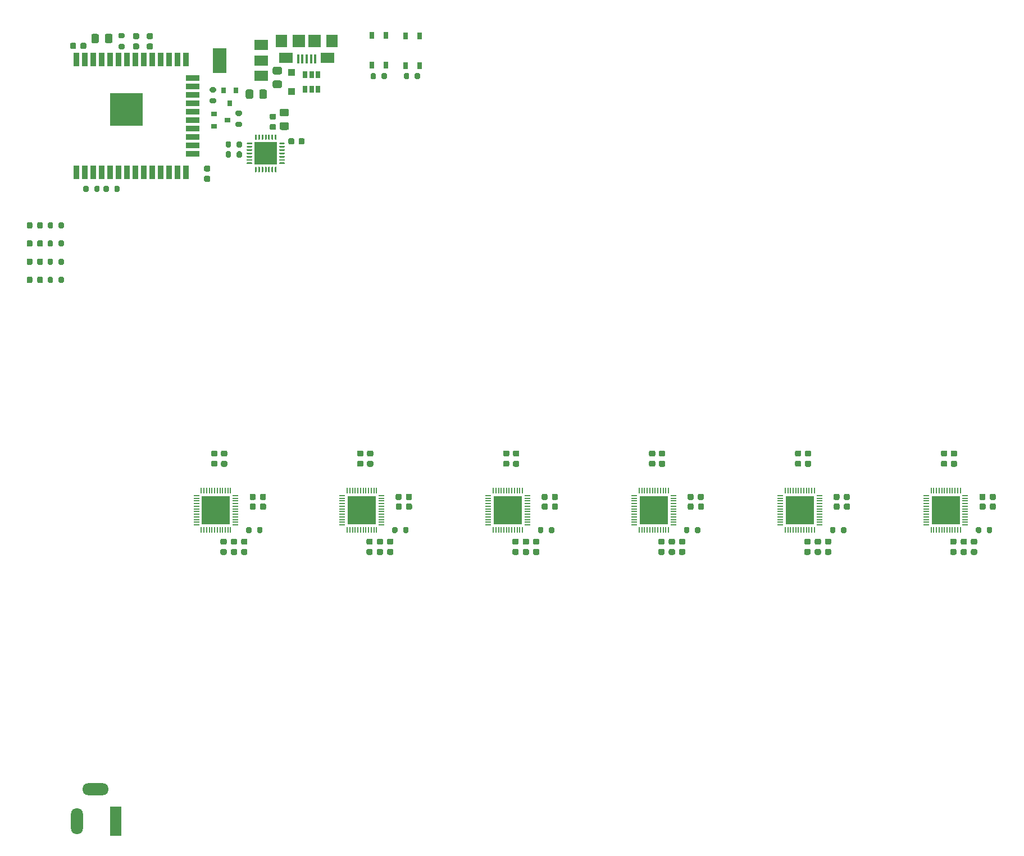
<source format=gbr>
%TF.GenerationSoftware,KiCad,Pcbnew,(5.1.7)-1*%
%TF.CreationDate,2021-01-23T13:14:39+03:00*%
%TF.ProjectId,LED_Cloud,4c45445f-436c-46f7-9564-2e6b69636164,rev?*%
%TF.SameCoordinates,Original*%
%TF.FileFunction,Soldermask,Bot*%
%TF.FilePolarity,Negative*%
%FSLAX46Y46*%
G04 Gerber Fmt 4.6, Leading zero omitted, Abs format (unit mm)*
G04 Created by KiCad (PCBNEW (5.1.7)-1) date 2021-01-23 13:14:39*
%MOMM*%
%LPD*%
G01*
G04 APERTURE LIST*
%ADD10R,5.000000X5.000000*%
%ADD11R,0.900000X2.000000*%
%ADD12R,2.000000X0.900000*%
%ADD13R,1.800000X4.400000*%
%ADD14O,1.800000X4.000000*%
%ADD15O,4.000000X1.800000*%
%ADD16R,4.241800X4.241800*%
%ADD17R,0.203200X0.812800*%
%ADD18R,0.812800X0.203200*%
%ADD19R,0.700000X1.000000*%
%ADD20R,3.350000X3.350000*%
%ADD21R,2.000000X1.500000*%
%ADD22R,2.000000X3.800000*%
%ADD23R,0.800000X0.900000*%
%ADD24R,0.900000X0.800000*%
%ADD25R,1.900000X1.900000*%
%ADD26R,1.800000X1.900000*%
%ADD27R,2.100000X1.600000*%
%ADD28R,0.400000X1.350000*%
%ADD29R,0.650000X1.060000*%
%ADD30R,1.100000X1.100000*%
G04 APERTURE END LIST*
D10*
%TO.C,U3*%
X30305000Y-49730000D03*
D11*
X22805000Y-42230000D03*
X24075000Y-42230000D03*
X25345000Y-42230000D03*
X26615000Y-42230000D03*
X27885000Y-42230000D03*
X29155000Y-42230000D03*
X30425000Y-42230000D03*
X31695000Y-42230000D03*
X32965000Y-42230000D03*
X34235000Y-42230000D03*
X35505000Y-42230000D03*
X36775000Y-42230000D03*
X38045000Y-42230000D03*
X39315000Y-42230000D03*
D12*
X40315000Y-45015000D03*
X40315000Y-46285000D03*
X40315000Y-47555000D03*
X40315000Y-48825000D03*
X40315000Y-50095000D03*
X40315000Y-51365000D03*
X40315000Y-52635000D03*
X40315000Y-53905000D03*
X40315000Y-55175000D03*
X40315000Y-56445000D03*
D11*
X39315000Y-59230000D03*
X38045000Y-59230000D03*
X36775000Y-59230000D03*
X35505000Y-59230000D03*
X34235000Y-59230000D03*
X32965000Y-59230000D03*
X31695000Y-59230000D03*
X30425000Y-59230000D03*
X29155000Y-59230000D03*
X27885000Y-59230000D03*
X26615000Y-59230000D03*
X25345000Y-59230000D03*
X24075000Y-59230000D03*
X22805000Y-59230000D03*
%TD*%
D13*
%TO.C,J2*%
X28700000Y-157090000D03*
D14*
X22900000Y-157090000D03*
D15*
X25700000Y-152290000D03*
%TD*%
D16*
%TO.C,U9*%
X153840000Y-110210000D03*
D17*
X151639999Y-113156400D03*
X152040001Y-113156400D03*
X152440000Y-113156400D03*
X152839999Y-113156400D03*
X153240001Y-113156400D03*
X153640000Y-113156400D03*
X154040000Y-113156400D03*
X154439999Y-113156400D03*
X154840001Y-113156400D03*
X155240000Y-113156400D03*
X155639999Y-113156400D03*
X156040001Y-113156400D03*
D18*
X156786400Y-112410001D03*
X156786400Y-112009999D03*
X156786400Y-111610000D03*
X156786400Y-111210001D03*
X156786400Y-110809999D03*
X156786400Y-110410000D03*
X156786400Y-110010000D03*
X156786400Y-109610001D03*
X156786400Y-109209999D03*
X156786400Y-108810000D03*
X156786400Y-108410001D03*
X156786400Y-108009999D03*
D17*
X156040001Y-107263600D03*
X155639999Y-107263600D03*
X155240000Y-107263600D03*
X154840001Y-107263600D03*
X154439999Y-107263600D03*
X154040000Y-107263600D03*
X153640000Y-107263600D03*
X153240001Y-107263600D03*
X152839999Y-107263600D03*
X152440000Y-107263600D03*
X152040001Y-107263600D03*
X151639999Y-107263600D03*
D18*
X150893600Y-108009999D03*
X150893600Y-108410001D03*
X150893600Y-108810000D03*
X150893600Y-109209999D03*
X150893600Y-109610001D03*
X150893600Y-110010000D03*
X150893600Y-110410000D03*
X150893600Y-110809999D03*
X150893600Y-111210001D03*
X150893600Y-111610000D03*
X150893600Y-112009999D03*
X150893600Y-112410001D03*
%TD*%
D16*
%TO.C,U8*%
X131840000Y-110210000D03*
D17*
X129639999Y-113156400D03*
X130040001Y-113156400D03*
X130440000Y-113156400D03*
X130839999Y-113156400D03*
X131240001Y-113156400D03*
X131640000Y-113156400D03*
X132040000Y-113156400D03*
X132439999Y-113156400D03*
X132840001Y-113156400D03*
X133240000Y-113156400D03*
X133639999Y-113156400D03*
X134040001Y-113156400D03*
D18*
X134786400Y-112410001D03*
X134786400Y-112009999D03*
X134786400Y-111610000D03*
X134786400Y-111210001D03*
X134786400Y-110809999D03*
X134786400Y-110410000D03*
X134786400Y-110010000D03*
X134786400Y-109610001D03*
X134786400Y-109209999D03*
X134786400Y-108810000D03*
X134786400Y-108410001D03*
X134786400Y-108009999D03*
D17*
X134040001Y-107263600D03*
X133639999Y-107263600D03*
X133240000Y-107263600D03*
X132840001Y-107263600D03*
X132439999Y-107263600D03*
X132040000Y-107263600D03*
X131640000Y-107263600D03*
X131240001Y-107263600D03*
X130839999Y-107263600D03*
X130440000Y-107263600D03*
X130040001Y-107263600D03*
X129639999Y-107263600D03*
D18*
X128893600Y-108009999D03*
X128893600Y-108410001D03*
X128893600Y-108810000D03*
X128893600Y-109209999D03*
X128893600Y-109610001D03*
X128893600Y-110010000D03*
X128893600Y-110410000D03*
X128893600Y-110809999D03*
X128893600Y-111210001D03*
X128893600Y-111610000D03*
X128893600Y-112009999D03*
X128893600Y-112410001D03*
%TD*%
D16*
%TO.C,U7*%
X109840000Y-110210000D03*
D17*
X107639999Y-113156400D03*
X108040001Y-113156400D03*
X108440000Y-113156400D03*
X108839999Y-113156400D03*
X109240001Y-113156400D03*
X109640000Y-113156400D03*
X110040000Y-113156400D03*
X110439999Y-113156400D03*
X110840001Y-113156400D03*
X111240000Y-113156400D03*
X111639999Y-113156400D03*
X112040001Y-113156400D03*
D18*
X112786400Y-112410001D03*
X112786400Y-112009999D03*
X112786400Y-111610000D03*
X112786400Y-111210001D03*
X112786400Y-110809999D03*
X112786400Y-110410000D03*
X112786400Y-110010000D03*
X112786400Y-109610001D03*
X112786400Y-109209999D03*
X112786400Y-108810000D03*
X112786400Y-108410001D03*
X112786400Y-108009999D03*
D17*
X112040001Y-107263600D03*
X111639999Y-107263600D03*
X111240000Y-107263600D03*
X110840001Y-107263600D03*
X110439999Y-107263600D03*
X110040000Y-107263600D03*
X109640000Y-107263600D03*
X109240001Y-107263600D03*
X108839999Y-107263600D03*
X108440000Y-107263600D03*
X108040001Y-107263600D03*
X107639999Y-107263600D03*
D18*
X106893600Y-108009999D03*
X106893600Y-108410001D03*
X106893600Y-108810000D03*
X106893600Y-109209999D03*
X106893600Y-109610001D03*
X106893600Y-110010000D03*
X106893600Y-110410000D03*
X106893600Y-110809999D03*
X106893600Y-111210001D03*
X106893600Y-111610000D03*
X106893600Y-112009999D03*
X106893600Y-112410001D03*
%TD*%
D16*
%TO.C,U6*%
X87840000Y-110210000D03*
D17*
X85639999Y-113156400D03*
X86040001Y-113156400D03*
X86440000Y-113156400D03*
X86839999Y-113156400D03*
X87240001Y-113156400D03*
X87640000Y-113156400D03*
X88040000Y-113156400D03*
X88439999Y-113156400D03*
X88840001Y-113156400D03*
X89240000Y-113156400D03*
X89639999Y-113156400D03*
X90040001Y-113156400D03*
D18*
X90786400Y-112410001D03*
X90786400Y-112009999D03*
X90786400Y-111610000D03*
X90786400Y-111210001D03*
X90786400Y-110809999D03*
X90786400Y-110410000D03*
X90786400Y-110010000D03*
X90786400Y-109610001D03*
X90786400Y-109209999D03*
X90786400Y-108810000D03*
X90786400Y-108410001D03*
X90786400Y-108009999D03*
D17*
X90040001Y-107263600D03*
X89639999Y-107263600D03*
X89240000Y-107263600D03*
X88840001Y-107263600D03*
X88439999Y-107263600D03*
X88040000Y-107263600D03*
X87640000Y-107263600D03*
X87240001Y-107263600D03*
X86839999Y-107263600D03*
X86440000Y-107263600D03*
X86040001Y-107263600D03*
X85639999Y-107263600D03*
D18*
X84893600Y-108009999D03*
X84893600Y-108410001D03*
X84893600Y-108810000D03*
X84893600Y-109209999D03*
X84893600Y-109610001D03*
X84893600Y-110010000D03*
X84893600Y-110410000D03*
X84893600Y-110809999D03*
X84893600Y-111210001D03*
X84893600Y-111610000D03*
X84893600Y-112009999D03*
X84893600Y-112410001D03*
%TD*%
D16*
%TO.C,U5*%
X65840000Y-110210000D03*
D17*
X63639999Y-113156400D03*
X64040001Y-113156400D03*
X64440000Y-113156400D03*
X64839999Y-113156400D03*
X65240001Y-113156400D03*
X65640000Y-113156400D03*
X66040000Y-113156400D03*
X66439999Y-113156400D03*
X66840001Y-113156400D03*
X67240000Y-113156400D03*
X67639999Y-113156400D03*
X68040001Y-113156400D03*
D18*
X68786400Y-112410001D03*
X68786400Y-112009999D03*
X68786400Y-111610000D03*
X68786400Y-111210001D03*
X68786400Y-110809999D03*
X68786400Y-110410000D03*
X68786400Y-110010000D03*
X68786400Y-109610001D03*
X68786400Y-109209999D03*
X68786400Y-108810000D03*
X68786400Y-108410001D03*
X68786400Y-108009999D03*
D17*
X68040001Y-107263600D03*
X67639999Y-107263600D03*
X67240000Y-107263600D03*
X66840001Y-107263600D03*
X66439999Y-107263600D03*
X66040000Y-107263600D03*
X65640000Y-107263600D03*
X65240001Y-107263600D03*
X64839999Y-107263600D03*
X64440000Y-107263600D03*
X64040001Y-107263600D03*
X63639999Y-107263600D03*
D18*
X62893600Y-108009999D03*
X62893600Y-108410001D03*
X62893600Y-108810000D03*
X62893600Y-109209999D03*
X62893600Y-109610001D03*
X62893600Y-110010000D03*
X62893600Y-110410000D03*
X62893600Y-110809999D03*
X62893600Y-111210001D03*
X62893600Y-111610000D03*
X62893600Y-112009999D03*
X62893600Y-112410001D03*
%TD*%
D16*
%TO.C,U4*%
X43840000Y-110210000D03*
D17*
X41639999Y-113156400D03*
X42040001Y-113156400D03*
X42440000Y-113156400D03*
X42839999Y-113156400D03*
X43240001Y-113156400D03*
X43640000Y-113156400D03*
X44040000Y-113156400D03*
X44439999Y-113156400D03*
X44840001Y-113156400D03*
X45240000Y-113156400D03*
X45639999Y-113156400D03*
X46040001Y-113156400D03*
D18*
X46786400Y-112410001D03*
X46786400Y-112009999D03*
X46786400Y-111610000D03*
X46786400Y-111210001D03*
X46786400Y-110809999D03*
X46786400Y-110410000D03*
X46786400Y-110010000D03*
X46786400Y-109610001D03*
X46786400Y-109209999D03*
X46786400Y-108810000D03*
X46786400Y-108410001D03*
X46786400Y-108009999D03*
D17*
X46040001Y-107263600D03*
X45639999Y-107263600D03*
X45240000Y-107263600D03*
X44840001Y-107263600D03*
X44439999Y-107263600D03*
X44040000Y-107263600D03*
X43640000Y-107263600D03*
X43240001Y-107263600D03*
X42839999Y-107263600D03*
X42440000Y-107263600D03*
X42040001Y-107263600D03*
X41639999Y-107263600D03*
D18*
X40893600Y-108009999D03*
X40893600Y-108410001D03*
X40893600Y-108810000D03*
X40893600Y-109209999D03*
X40893600Y-109610001D03*
X40893600Y-110010000D03*
X40893600Y-110410000D03*
X40893600Y-110809999D03*
X40893600Y-111210001D03*
X40893600Y-111610000D03*
X40893600Y-112009999D03*
X40893600Y-112410001D03*
%TD*%
D19*
%TO.C,SW2*%
X67325000Y-38570000D03*
X67325000Y-43070000D03*
X69475000Y-38570000D03*
X69475000Y-43070000D03*
%TD*%
%TO.C,SW1*%
X72395000Y-38680000D03*
X72395000Y-43180000D03*
X74545000Y-38680000D03*
X74545000Y-43180000D03*
%TD*%
%TO.C,R17*%
G36*
G01*
X67955000Y-44475000D02*
X67955000Y-45025000D01*
G75*
G02*
X67755000Y-45225000I-200000J0D01*
G01*
X67355000Y-45225000D01*
G75*
G02*
X67155000Y-45025000I0J200000D01*
G01*
X67155000Y-44475000D01*
G75*
G02*
X67355000Y-44275000I200000J0D01*
G01*
X67755000Y-44275000D01*
G75*
G02*
X67955000Y-44475000I0J-200000D01*
G01*
G37*
G36*
G01*
X69605000Y-44475000D02*
X69605000Y-45025000D01*
G75*
G02*
X69405000Y-45225000I-200000J0D01*
G01*
X69005000Y-45225000D01*
G75*
G02*
X68805000Y-45025000I0J200000D01*
G01*
X68805000Y-44475000D01*
G75*
G02*
X69005000Y-44275000I200000J0D01*
G01*
X69405000Y-44275000D01*
G75*
G02*
X69605000Y-44475000I0J-200000D01*
G01*
G37*
%TD*%
%TO.C,R16*%
G36*
G01*
X72955000Y-44445000D02*
X72955000Y-44995000D01*
G75*
G02*
X72755000Y-45195000I-200000J0D01*
G01*
X72355000Y-45195000D01*
G75*
G02*
X72155000Y-44995000I0J200000D01*
G01*
X72155000Y-44445000D01*
G75*
G02*
X72355000Y-44245000I200000J0D01*
G01*
X72755000Y-44245000D01*
G75*
G02*
X72955000Y-44445000I0J-200000D01*
G01*
G37*
G36*
G01*
X74605000Y-44445000D02*
X74605000Y-44995000D01*
G75*
G02*
X74405000Y-45195000I-200000J0D01*
G01*
X74005000Y-45195000D01*
G75*
G02*
X73805000Y-44995000I0J200000D01*
G01*
X73805000Y-44445000D01*
G75*
G02*
X74005000Y-44245000I200000J0D01*
G01*
X74405000Y-44245000D01*
G75*
G02*
X74605000Y-44445000I0J-200000D01*
G01*
G37*
%TD*%
%TO.C,C52*%
G36*
G01*
X42270000Y-59775000D02*
X42770000Y-59775000D01*
G75*
G02*
X42995000Y-60000000I0J-225000D01*
G01*
X42995000Y-60450000D01*
G75*
G02*
X42770000Y-60675000I-225000J0D01*
G01*
X42270000Y-60675000D01*
G75*
G02*
X42045000Y-60450000I0J225000D01*
G01*
X42045000Y-60000000D01*
G75*
G02*
X42270000Y-59775000I225000J0D01*
G01*
G37*
G36*
G01*
X42270000Y-58225000D02*
X42770000Y-58225000D01*
G75*
G02*
X42995000Y-58450000I0J-225000D01*
G01*
X42995000Y-58900000D01*
G75*
G02*
X42770000Y-59125000I-225000J0D01*
G01*
X42270000Y-59125000D01*
G75*
G02*
X42045000Y-58900000I0J225000D01*
G01*
X42045000Y-58450000D01*
G75*
G02*
X42270000Y-58225000I225000J0D01*
G01*
G37*
%TD*%
%TO.C,C51*%
G36*
G01*
X34130000Y-39155000D02*
X33630000Y-39155000D01*
G75*
G02*
X33405000Y-38930000I0J225000D01*
G01*
X33405000Y-38480000D01*
G75*
G02*
X33630000Y-38255000I225000J0D01*
G01*
X34130000Y-38255000D01*
G75*
G02*
X34355000Y-38480000I0J-225000D01*
G01*
X34355000Y-38930000D01*
G75*
G02*
X34130000Y-39155000I-225000J0D01*
G01*
G37*
G36*
G01*
X34130000Y-40705000D02*
X33630000Y-40705000D01*
G75*
G02*
X33405000Y-40480000I0J225000D01*
G01*
X33405000Y-40030000D01*
G75*
G02*
X33630000Y-39805000I225000J0D01*
G01*
X34130000Y-39805000D01*
G75*
G02*
X34355000Y-40030000I0J-225000D01*
G01*
X34355000Y-40480000D01*
G75*
G02*
X34130000Y-40705000I-225000J0D01*
G01*
G37*
%TD*%
%TO.C,R14*%
G36*
G01*
X20125000Y-67515000D02*
X20125000Y-66965000D01*
G75*
G02*
X20325000Y-66765000I200000J0D01*
G01*
X20725000Y-66765000D01*
G75*
G02*
X20925000Y-66965000I0J-200000D01*
G01*
X20925000Y-67515000D01*
G75*
G02*
X20725000Y-67715000I-200000J0D01*
G01*
X20325000Y-67715000D01*
G75*
G02*
X20125000Y-67515000I0J200000D01*
G01*
G37*
G36*
G01*
X18475000Y-67515000D02*
X18475000Y-66965000D01*
G75*
G02*
X18675000Y-66765000I200000J0D01*
G01*
X19075000Y-66765000D01*
G75*
G02*
X19275000Y-66965000I0J-200000D01*
G01*
X19275000Y-67515000D01*
G75*
G02*
X19075000Y-67715000I-200000J0D01*
G01*
X18675000Y-67715000D01*
G75*
G02*
X18475000Y-67515000I0J200000D01*
G01*
G37*
%TD*%
%TO.C,R13*%
G36*
G01*
X20125000Y-70255000D02*
X20125000Y-69705000D01*
G75*
G02*
X20325000Y-69505000I200000J0D01*
G01*
X20725000Y-69505000D01*
G75*
G02*
X20925000Y-69705000I0J-200000D01*
G01*
X20925000Y-70255000D01*
G75*
G02*
X20725000Y-70455000I-200000J0D01*
G01*
X20325000Y-70455000D01*
G75*
G02*
X20125000Y-70255000I0J200000D01*
G01*
G37*
G36*
G01*
X18475000Y-70255000D02*
X18475000Y-69705000D01*
G75*
G02*
X18675000Y-69505000I200000J0D01*
G01*
X19075000Y-69505000D01*
G75*
G02*
X19275000Y-69705000I0J-200000D01*
G01*
X19275000Y-70255000D01*
G75*
G02*
X19075000Y-70455000I-200000J0D01*
G01*
X18675000Y-70455000D01*
G75*
G02*
X18475000Y-70255000I0J200000D01*
G01*
G37*
%TD*%
%TO.C,R12*%
G36*
G01*
X20125000Y-72995000D02*
X20125000Y-72445000D01*
G75*
G02*
X20325000Y-72245000I200000J0D01*
G01*
X20725000Y-72245000D01*
G75*
G02*
X20925000Y-72445000I0J-200000D01*
G01*
X20925000Y-72995000D01*
G75*
G02*
X20725000Y-73195000I-200000J0D01*
G01*
X20325000Y-73195000D01*
G75*
G02*
X20125000Y-72995000I0J200000D01*
G01*
G37*
G36*
G01*
X18475000Y-72995000D02*
X18475000Y-72445000D01*
G75*
G02*
X18675000Y-72245000I200000J0D01*
G01*
X19075000Y-72245000D01*
G75*
G02*
X19275000Y-72445000I0J-200000D01*
G01*
X19275000Y-72995000D01*
G75*
G02*
X19075000Y-73195000I-200000J0D01*
G01*
X18675000Y-73195000D01*
G75*
G02*
X18475000Y-72995000I0J200000D01*
G01*
G37*
%TD*%
%TO.C,R11*%
G36*
G01*
X20125000Y-75735000D02*
X20125000Y-75185000D01*
G75*
G02*
X20325000Y-74985000I200000J0D01*
G01*
X20725000Y-74985000D01*
G75*
G02*
X20925000Y-75185000I0J-200000D01*
G01*
X20925000Y-75735000D01*
G75*
G02*
X20725000Y-75935000I-200000J0D01*
G01*
X20325000Y-75935000D01*
G75*
G02*
X20125000Y-75735000I0J200000D01*
G01*
G37*
G36*
G01*
X18475000Y-75735000D02*
X18475000Y-75185000D01*
G75*
G02*
X18675000Y-74985000I200000J0D01*
G01*
X19075000Y-74985000D01*
G75*
G02*
X19275000Y-75185000I0J-200000D01*
G01*
X19275000Y-75735000D01*
G75*
G02*
X19075000Y-75935000I-200000J0D01*
G01*
X18675000Y-75935000D01*
G75*
G02*
X18475000Y-75735000I0J200000D01*
G01*
G37*
%TD*%
%TO.C,D6*%
G36*
G01*
X16890000Y-67496250D02*
X16890000Y-66983750D01*
G75*
G02*
X17108750Y-66765000I218750J0D01*
G01*
X17546250Y-66765000D01*
G75*
G02*
X17765000Y-66983750I0J-218750D01*
G01*
X17765000Y-67496250D01*
G75*
G02*
X17546250Y-67715000I-218750J0D01*
G01*
X17108750Y-67715000D01*
G75*
G02*
X16890000Y-67496250I0J218750D01*
G01*
G37*
G36*
G01*
X15315000Y-67496250D02*
X15315000Y-66983750D01*
G75*
G02*
X15533750Y-66765000I218750J0D01*
G01*
X15971250Y-66765000D01*
G75*
G02*
X16190000Y-66983750I0J-218750D01*
G01*
X16190000Y-67496250D01*
G75*
G02*
X15971250Y-67715000I-218750J0D01*
G01*
X15533750Y-67715000D01*
G75*
G02*
X15315000Y-67496250I0J218750D01*
G01*
G37*
%TD*%
%TO.C,D5*%
G36*
G01*
X16890000Y-70236250D02*
X16890000Y-69723750D01*
G75*
G02*
X17108750Y-69505000I218750J0D01*
G01*
X17546250Y-69505000D01*
G75*
G02*
X17765000Y-69723750I0J-218750D01*
G01*
X17765000Y-70236250D01*
G75*
G02*
X17546250Y-70455000I-218750J0D01*
G01*
X17108750Y-70455000D01*
G75*
G02*
X16890000Y-70236250I0J218750D01*
G01*
G37*
G36*
G01*
X15315000Y-70236250D02*
X15315000Y-69723750D01*
G75*
G02*
X15533750Y-69505000I218750J0D01*
G01*
X15971250Y-69505000D01*
G75*
G02*
X16190000Y-69723750I0J-218750D01*
G01*
X16190000Y-70236250D01*
G75*
G02*
X15971250Y-70455000I-218750J0D01*
G01*
X15533750Y-70455000D01*
G75*
G02*
X15315000Y-70236250I0J218750D01*
G01*
G37*
%TD*%
%TO.C,D4*%
G36*
G01*
X16890000Y-72976250D02*
X16890000Y-72463750D01*
G75*
G02*
X17108750Y-72245000I218750J0D01*
G01*
X17546250Y-72245000D01*
G75*
G02*
X17765000Y-72463750I0J-218750D01*
G01*
X17765000Y-72976250D01*
G75*
G02*
X17546250Y-73195000I-218750J0D01*
G01*
X17108750Y-73195000D01*
G75*
G02*
X16890000Y-72976250I0J218750D01*
G01*
G37*
G36*
G01*
X15315000Y-72976250D02*
X15315000Y-72463750D01*
G75*
G02*
X15533750Y-72245000I218750J0D01*
G01*
X15971250Y-72245000D01*
G75*
G02*
X16190000Y-72463750I0J-218750D01*
G01*
X16190000Y-72976250D01*
G75*
G02*
X15971250Y-73195000I-218750J0D01*
G01*
X15533750Y-73195000D01*
G75*
G02*
X15315000Y-72976250I0J218750D01*
G01*
G37*
%TD*%
%TO.C,D3*%
G36*
G01*
X16890000Y-75716250D02*
X16890000Y-75203750D01*
G75*
G02*
X17108750Y-74985000I218750J0D01*
G01*
X17546250Y-74985000D01*
G75*
G02*
X17765000Y-75203750I0J-218750D01*
G01*
X17765000Y-75716250D01*
G75*
G02*
X17546250Y-75935000I-218750J0D01*
G01*
X17108750Y-75935000D01*
G75*
G02*
X16890000Y-75716250I0J218750D01*
G01*
G37*
G36*
G01*
X15315000Y-75716250D02*
X15315000Y-75203750D01*
G75*
G02*
X15533750Y-74985000I218750J0D01*
G01*
X15971250Y-74985000D01*
G75*
G02*
X16190000Y-75203750I0J-218750D01*
G01*
X16190000Y-75716250D01*
G75*
G02*
X15971250Y-75935000I-218750J0D01*
G01*
X15533750Y-75935000D01*
G75*
G02*
X15315000Y-75716250I0J218750D01*
G01*
G37*
%TD*%
D20*
%TO.C,U2*%
X51340000Y-56380000D03*
G36*
G01*
X48552500Y-54755000D02*
X49227500Y-54755000D01*
G75*
G02*
X49290000Y-54817500I0J-62500D01*
G01*
X49290000Y-54942500D01*
G75*
G02*
X49227500Y-55005000I-62500J0D01*
G01*
X48552500Y-55005000D01*
G75*
G02*
X48490000Y-54942500I0J62500D01*
G01*
X48490000Y-54817500D01*
G75*
G02*
X48552500Y-54755000I62500J0D01*
G01*
G37*
G36*
G01*
X48552500Y-55255000D02*
X49227500Y-55255000D01*
G75*
G02*
X49290000Y-55317500I0J-62500D01*
G01*
X49290000Y-55442500D01*
G75*
G02*
X49227500Y-55505000I-62500J0D01*
G01*
X48552500Y-55505000D01*
G75*
G02*
X48490000Y-55442500I0J62500D01*
G01*
X48490000Y-55317500D01*
G75*
G02*
X48552500Y-55255000I62500J0D01*
G01*
G37*
G36*
G01*
X48552500Y-55755000D02*
X49227500Y-55755000D01*
G75*
G02*
X49290000Y-55817500I0J-62500D01*
G01*
X49290000Y-55942500D01*
G75*
G02*
X49227500Y-56005000I-62500J0D01*
G01*
X48552500Y-56005000D01*
G75*
G02*
X48490000Y-55942500I0J62500D01*
G01*
X48490000Y-55817500D01*
G75*
G02*
X48552500Y-55755000I62500J0D01*
G01*
G37*
G36*
G01*
X48552500Y-56255000D02*
X49227500Y-56255000D01*
G75*
G02*
X49290000Y-56317500I0J-62500D01*
G01*
X49290000Y-56442500D01*
G75*
G02*
X49227500Y-56505000I-62500J0D01*
G01*
X48552500Y-56505000D01*
G75*
G02*
X48490000Y-56442500I0J62500D01*
G01*
X48490000Y-56317500D01*
G75*
G02*
X48552500Y-56255000I62500J0D01*
G01*
G37*
G36*
G01*
X48552500Y-56755000D02*
X49227500Y-56755000D01*
G75*
G02*
X49290000Y-56817500I0J-62500D01*
G01*
X49290000Y-56942500D01*
G75*
G02*
X49227500Y-57005000I-62500J0D01*
G01*
X48552500Y-57005000D01*
G75*
G02*
X48490000Y-56942500I0J62500D01*
G01*
X48490000Y-56817500D01*
G75*
G02*
X48552500Y-56755000I62500J0D01*
G01*
G37*
G36*
G01*
X48552500Y-57255000D02*
X49227500Y-57255000D01*
G75*
G02*
X49290000Y-57317500I0J-62500D01*
G01*
X49290000Y-57442500D01*
G75*
G02*
X49227500Y-57505000I-62500J0D01*
G01*
X48552500Y-57505000D01*
G75*
G02*
X48490000Y-57442500I0J62500D01*
G01*
X48490000Y-57317500D01*
G75*
G02*
X48552500Y-57255000I62500J0D01*
G01*
G37*
G36*
G01*
X48552500Y-57755000D02*
X49227500Y-57755000D01*
G75*
G02*
X49290000Y-57817500I0J-62500D01*
G01*
X49290000Y-57942500D01*
G75*
G02*
X49227500Y-58005000I-62500J0D01*
G01*
X48552500Y-58005000D01*
G75*
G02*
X48490000Y-57942500I0J62500D01*
G01*
X48490000Y-57817500D01*
G75*
G02*
X48552500Y-57755000I62500J0D01*
G01*
G37*
G36*
G01*
X49777500Y-58430000D02*
X49902500Y-58430000D01*
G75*
G02*
X49965000Y-58492500I0J-62500D01*
G01*
X49965000Y-59167500D01*
G75*
G02*
X49902500Y-59230000I-62500J0D01*
G01*
X49777500Y-59230000D01*
G75*
G02*
X49715000Y-59167500I0J62500D01*
G01*
X49715000Y-58492500D01*
G75*
G02*
X49777500Y-58430000I62500J0D01*
G01*
G37*
G36*
G01*
X50277500Y-58430000D02*
X50402500Y-58430000D01*
G75*
G02*
X50465000Y-58492500I0J-62500D01*
G01*
X50465000Y-59167500D01*
G75*
G02*
X50402500Y-59230000I-62500J0D01*
G01*
X50277500Y-59230000D01*
G75*
G02*
X50215000Y-59167500I0J62500D01*
G01*
X50215000Y-58492500D01*
G75*
G02*
X50277500Y-58430000I62500J0D01*
G01*
G37*
G36*
G01*
X50777500Y-58430000D02*
X50902500Y-58430000D01*
G75*
G02*
X50965000Y-58492500I0J-62500D01*
G01*
X50965000Y-59167500D01*
G75*
G02*
X50902500Y-59230000I-62500J0D01*
G01*
X50777500Y-59230000D01*
G75*
G02*
X50715000Y-59167500I0J62500D01*
G01*
X50715000Y-58492500D01*
G75*
G02*
X50777500Y-58430000I62500J0D01*
G01*
G37*
G36*
G01*
X51277500Y-58430000D02*
X51402500Y-58430000D01*
G75*
G02*
X51465000Y-58492500I0J-62500D01*
G01*
X51465000Y-59167500D01*
G75*
G02*
X51402500Y-59230000I-62500J0D01*
G01*
X51277500Y-59230000D01*
G75*
G02*
X51215000Y-59167500I0J62500D01*
G01*
X51215000Y-58492500D01*
G75*
G02*
X51277500Y-58430000I62500J0D01*
G01*
G37*
G36*
G01*
X51777500Y-58430000D02*
X51902500Y-58430000D01*
G75*
G02*
X51965000Y-58492500I0J-62500D01*
G01*
X51965000Y-59167500D01*
G75*
G02*
X51902500Y-59230000I-62500J0D01*
G01*
X51777500Y-59230000D01*
G75*
G02*
X51715000Y-59167500I0J62500D01*
G01*
X51715000Y-58492500D01*
G75*
G02*
X51777500Y-58430000I62500J0D01*
G01*
G37*
G36*
G01*
X52277500Y-58430000D02*
X52402500Y-58430000D01*
G75*
G02*
X52465000Y-58492500I0J-62500D01*
G01*
X52465000Y-59167500D01*
G75*
G02*
X52402500Y-59230000I-62500J0D01*
G01*
X52277500Y-59230000D01*
G75*
G02*
X52215000Y-59167500I0J62500D01*
G01*
X52215000Y-58492500D01*
G75*
G02*
X52277500Y-58430000I62500J0D01*
G01*
G37*
G36*
G01*
X52777500Y-58430000D02*
X52902500Y-58430000D01*
G75*
G02*
X52965000Y-58492500I0J-62500D01*
G01*
X52965000Y-59167500D01*
G75*
G02*
X52902500Y-59230000I-62500J0D01*
G01*
X52777500Y-59230000D01*
G75*
G02*
X52715000Y-59167500I0J62500D01*
G01*
X52715000Y-58492500D01*
G75*
G02*
X52777500Y-58430000I62500J0D01*
G01*
G37*
G36*
G01*
X53452500Y-57755000D02*
X54127500Y-57755000D01*
G75*
G02*
X54190000Y-57817500I0J-62500D01*
G01*
X54190000Y-57942500D01*
G75*
G02*
X54127500Y-58005000I-62500J0D01*
G01*
X53452500Y-58005000D01*
G75*
G02*
X53390000Y-57942500I0J62500D01*
G01*
X53390000Y-57817500D01*
G75*
G02*
X53452500Y-57755000I62500J0D01*
G01*
G37*
G36*
G01*
X53452500Y-57255000D02*
X54127500Y-57255000D01*
G75*
G02*
X54190000Y-57317500I0J-62500D01*
G01*
X54190000Y-57442500D01*
G75*
G02*
X54127500Y-57505000I-62500J0D01*
G01*
X53452500Y-57505000D01*
G75*
G02*
X53390000Y-57442500I0J62500D01*
G01*
X53390000Y-57317500D01*
G75*
G02*
X53452500Y-57255000I62500J0D01*
G01*
G37*
G36*
G01*
X53452500Y-56755000D02*
X54127500Y-56755000D01*
G75*
G02*
X54190000Y-56817500I0J-62500D01*
G01*
X54190000Y-56942500D01*
G75*
G02*
X54127500Y-57005000I-62500J0D01*
G01*
X53452500Y-57005000D01*
G75*
G02*
X53390000Y-56942500I0J62500D01*
G01*
X53390000Y-56817500D01*
G75*
G02*
X53452500Y-56755000I62500J0D01*
G01*
G37*
G36*
G01*
X53452500Y-56255000D02*
X54127500Y-56255000D01*
G75*
G02*
X54190000Y-56317500I0J-62500D01*
G01*
X54190000Y-56442500D01*
G75*
G02*
X54127500Y-56505000I-62500J0D01*
G01*
X53452500Y-56505000D01*
G75*
G02*
X53390000Y-56442500I0J62500D01*
G01*
X53390000Y-56317500D01*
G75*
G02*
X53452500Y-56255000I62500J0D01*
G01*
G37*
G36*
G01*
X53452500Y-55755000D02*
X54127500Y-55755000D01*
G75*
G02*
X54190000Y-55817500I0J-62500D01*
G01*
X54190000Y-55942500D01*
G75*
G02*
X54127500Y-56005000I-62500J0D01*
G01*
X53452500Y-56005000D01*
G75*
G02*
X53390000Y-55942500I0J62500D01*
G01*
X53390000Y-55817500D01*
G75*
G02*
X53452500Y-55755000I62500J0D01*
G01*
G37*
G36*
G01*
X53452500Y-55255000D02*
X54127500Y-55255000D01*
G75*
G02*
X54190000Y-55317500I0J-62500D01*
G01*
X54190000Y-55442500D01*
G75*
G02*
X54127500Y-55505000I-62500J0D01*
G01*
X53452500Y-55505000D01*
G75*
G02*
X53390000Y-55442500I0J62500D01*
G01*
X53390000Y-55317500D01*
G75*
G02*
X53452500Y-55255000I62500J0D01*
G01*
G37*
G36*
G01*
X53452500Y-54755000D02*
X54127500Y-54755000D01*
G75*
G02*
X54190000Y-54817500I0J-62500D01*
G01*
X54190000Y-54942500D01*
G75*
G02*
X54127500Y-55005000I-62500J0D01*
G01*
X53452500Y-55005000D01*
G75*
G02*
X53390000Y-54942500I0J62500D01*
G01*
X53390000Y-54817500D01*
G75*
G02*
X53452500Y-54755000I62500J0D01*
G01*
G37*
G36*
G01*
X52777500Y-53530000D02*
X52902500Y-53530000D01*
G75*
G02*
X52965000Y-53592500I0J-62500D01*
G01*
X52965000Y-54267500D01*
G75*
G02*
X52902500Y-54330000I-62500J0D01*
G01*
X52777500Y-54330000D01*
G75*
G02*
X52715000Y-54267500I0J62500D01*
G01*
X52715000Y-53592500D01*
G75*
G02*
X52777500Y-53530000I62500J0D01*
G01*
G37*
G36*
G01*
X52277500Y-53530000D02*
X52402500Y-53530000D01*
G75*
G02*
X52465000Y-53592500I0J-62500D01*
G01*
X52465000Y-54267500D01*
G75*
G02*
X52402500Y-54330000I-62500J0D01*
G01*
X52277500Y-54330000D01*
G75*
G02*
X52215000Y-54267500I0J62500D01*
G01*
X52215000Y-53592500D01*
G75*
G02*
X52277500Y-53530000I62500J0D01*
G01*
G37*
G36*
G01*
X51777500Y-53530000D02*
X51902500Y-53530000D01*
G75*
G02*
X51965000Y-53592500I0J-62500D01*
G01*
X51965000Y-54267500D01*
G75*
G02*
X51902500Y-54330000I-62500J0D01*
G01*
X51777500Y-54330000D01*
G75*
G02*
X51715000Y-54267500I0J62500D01*
G01*
X51715000Y-53592500D01*
G75*
G02*
X51777500Y-53530000I62500J0D01*
G01*
G37*
G36*
G01*
X51277500Y-53530000D02*
X51402500Y-53530000D01*
G75*
G02*
X51465000Y-53592500I0J-62500D01*
G01*
X51465000Y-54267500D01*
G75*
G02*
X51402500Y-54330000I-62500J0D01*
G01*
X51277500Y-54330000D01*
G75*
G02*
X51215000Y-54267500I0J62500D01*
G01*
X51215000Y-53592500D01*
G75*
G02*
X51277500Y-53530000I62500J0D01*
G01*
G37*
G36*
G01*
X50777500Y-53530000D02*
X50902500Y-53530000D01*
G75*
G02*
X50965000Y-53592500I0J-62500D01*
G01*
X50965000Y-54267500D01*
G75*
G02*
X50902500Y-54330000I-62500J0D01*
G01*
X50777500Y-54330000D01*
G75*
G02*
X50715000Y-54267500I0J62500D01*
G01*
X50715000Y-53592500D01*
G75*
G02*
X50777500Y-53530000I62500J0D01*
G01*
G37*
G36*
G01*
X50277500Y-53530000D02*
X50402500Y-53530000D01*
G75*
G02*
X50465000Y-53592500I0J-62500D01*
G01*
X50465000Y-54267500D01*
G75*
G02*
X50402500Y-54330000I-62500J0D01*
G01*
X50277500Y-54330000D01*
G75*
G02*
X50215000Y-54267500I0J62500D01*
G01*
X50215000Y-53592500D01*
G75*
G02*
X50277500Y-53530000I62500J0D01*
G01*
G37*
G36*
G01*
X49777500Y-53530000D02*
X49902500Y-53530000D01*
G75*
G02*
X49965000Y-53592500I0J-62500D01*
G01*
X49965000Y-54267500D01*
G75*
G02*
X49902500Y-54330000I-62500J0D01*
G01*
X49777500Y-54330000D01*
G75*
G02*
X49715000Y-54267500I0J62500D01*
G01*
X49715000Y-53592500D01*
G75*
G02*
X49777500Y-53530000I62500J0D01*
G01*
G37*
%TD*%
D21*
%TO.C,U1*%
X50670000Y-40060000D03*
X50670000Y-44660000D03*
X50670000Y-42360000D03*
D22*
X44370000Y-42360000D03*
%TD*%
%TO.C,R8*%
G36*
G01*
X27685000Y-61465000D02*
X27685000Y-62015000D01*
G75*
G02*
X27485000Y-62215000I-200000J0D01*
G01*
X27085000Y-62215000D01*
G75*
G02*
X26885000Y-62015000I0J200000D01*
G01*
X26885000Y-61465000D01*
G75*
G02*
X27085000Y-61265000I200000J0D01*
G01*
X27485000Y-61265000D01*
G75*
G02*
X27685000Y-61465000I0J-200000D01*
G01*
G37*
G36*
G01*
X29335000Y-61465000D02*
X29335000Y-62015000D01*
G75*
G02*
X29135000Y-62215000I-200000J0D01*
G01*
X28735000Y-62215000D01*
G75*
G02*
X28535000Y-62015000I0J200000D01*
G01*
X28535000Y-61465000D01*
G75*
G02*
X28735000Y-61265000I200000J0D01*
G01*
X29135000Y-61265000D01*
G75*
G02*
X29335000Y-61465000I0J-200000D01*
G01*
G37*
%TD*%
%TO.C,R7*%
G36*
G01*
X25505000Y-62005000D02*
X25505000Y-61455000D01*
G75*
G02*
X25705000Y-61255000I200000J0D01*
G01*
X26105000Y-61255000D01*
G75*
G02*
X26305000Y-61455000I0J-200000D01*
G01*
X26305000Y-62005000D01*
G75*
G02*
X26105000Y-62205000I-200000J0D01*
G01*
X25705000Y-62205000D01*
G75*
G02*
X25505000Y-62005000I0J200000D01*
G01*
G37*
G36*
G01*
X23855000Y-62005000D02*
X23855000Y-61455000D01*
G75*
G02*
X24055000Y-61255000I200000J0D01*
G01*
X24455000Y-61255000D01*
G75*
G02*
X24655000Y-61455000I0J-200000D01*
G01*
X24655000Y-62005000D01*
G75*
G02*
X24455000Y-62205000I-200000J0D01*
G01*
X24055000Y-62205000D01*
G75*
G02*
X23855000Y-62005000I0J200000D01*
G01*
G37*
%TD*%
%TO.C,R5*%
G36*
G01*
X43105000Y-48045000D02*
X43655000Y-48045000D01*
G75*
G02*
X43855000Y-48245000I0J-200000D01*
G01*
X43855000Y-48645000D01*
G75*
G02*
X43655000Y-48845000I-200000J0D01*
G01*
X43105000Y-48845000D01*
G75*
G02*
X42905000Y-48645000I0J200000D01*
G01*
X42905000Y-48245000D01*
G75*
G02*
X43105000Y-48045000I200000J0D01*
G01*
G37*
G36*
G01*
X43105000Y-46395000D02*
X43655000Y-46395000D01*
G75*
G02*
X43855000Y-46595000I0J-200000D01*
G01*
X43855000Y-46995000D01*
G75*
G02*
X43655000Y-47195000I-200000J0D01*
G01*
X43105000Y-47195000D01*
G75*
G02*
X42905000Y-46995000I0J200000D01*
G01*
X42905000Y-46595000D01*
G75*
G02*
X43105000Y-46395000I200000J0D01*
G01*
G37*
%TD*%
%TO.C,R4*%
G36*
G01*
X47555000Y-50735000D02*
X47005000Y-50735000D01*
G75*
G02*
X46805000Y-50535000I0J200000D01*
G01*
X46805000Y-50135000D01*
G75*
G02*
X47005000Y-49935000I200000J0D01*
G01*
X47555000Y-49935000D01*
G75*
G02*
X47755000Y-50135000I0J-200000D01*
G01*
X47755000Y-50535000D01*
G75*
G02*
X47555000Y-50735000I-200000J0D01*
G01*
G37*
G36*
G01*
X47555000Y-52385000D02*
X47005000Y-52385000D01*
G75*
G02*
X46805000Y-52185000I0J200000D01*
G01*
X46805000Y-51785000D01*
G75*
G02*
X47005000Y-51585000I200000J0D01*
G01*
X47555000Y-51585000D01*
G75*
G02*
X47755000Y-51785000I0J-200000D01*
G01*
X47755000Y-52185000D01*
G75*
G02*
X47555000Y-52385000I-200000J0D01*
G01*
G37*
%TD*%
%TO.C,R3*%
G36*
G01*
X46965000Y-55305000D02*
X46965000Y-54755000D01*
G75*
G02*
X47165000Y-54555000I200000J0D01*
G01*
X47565000Y-54555000D01*
G75*
G02*
X47765000Y-54755000I0J-200000D01*
G01*
X47765000Y-55305000D01*
G75*
G02*
X47565000Y-55505000I-200000J0D01*
G01*
X47165000Y-55505000D01*
G75*
G02*
X46965000Y-55305000I0J200000D01*
G01*
G37*
G36*
G01*
X45315000Y-55305000D02*
X45315000Y-54755000D01*
G75*
G02*
X45515000Y-54555000I200000J0D01*
G01*
X45915000Y-54555000D01*
G75*
G02*
X46115000Y-54755000I0J-200000D01*
G01*
X46115000Y-55305000D01*
G75*
G02*
X45915000Y-55505000I-200000J0D01*
G01*
X45515000Y-55505000D01*
G75*
G02*
X45315000Y-55305000I0J200000D01*
G01*
G37*
%TD*%
%TO.C,R2*%
G36*
G01*
X46955000Y-56815000D02*
X46955000Y-56265000D01*
G75*
G02*
X47155000Y-56065000I200000J0D01*
G01*
X47555000Y-56065000D01*
G75*
G02*
X47755000Y-56265000I0J-200000D01*
G01*
X47755000Y-56815000D01*
G75*
G02*
X47555000Y-57015000I-200000J0D01*
G01*
X47155000Y-57015000D01*
G75*
G02*
X46955000Y-56815000I0J200000D01*
G01*
G37*
G36*
G01*
X45305000Y-56815000D02*
X45305000Y-56265000D01*
G75*
G02*
X45505000Y-56065000I200000J0D01*
G01*
X45905000Y-56065000D01*
G75*
G02*
X46105000Y-56265000I0J-200000D01*
G01*
X46105000Y-56815000D01*
G75*
G02*
X45905000Y-57015000I-200000J0D01*
G01*
X45505000Y-57015000D01*
G75*
G02*
X45305000Y-56815000I0J200000D01*
G01*
G37*
%TD*%
%TO.C,R1*%
G36*
G01*
X29885000Y-39025000D02*
X29335000Y-39025000D01*
G75*
G02*
X29135000Y-38825000I0J200000D01*
G01*
X29135000Y-38425000D01*
G75*
G02*
X29335000Y-38225000I200000J0D01*
G01*
X29885000Y-38225000D01*
G75*
G02*
X30085000Y-38425000I0J-200000D01*
G01*
X30085000Y-38825000D01*
G75*
G02*
X29885000Y-39025000I-200000J0D01*
G01*
G37*
G36*
G01*
X29885000Y-40675000D02*
X29335000Y-40675000D01*
G75*
G02*
X29135000Y-40475000I0J200000D01*
G01*
X29135000Y-40075000D01*
G75*
G02*
X29335000Y-39875000I200000J0D01*
G01*
X29885000Y-39875000D01*
G75*
G02*
X30085000Y-40075000I0J-200000D01*
G01*
X30085000Y-40475000D01*
G75*
G02*
X29885000Y-40675000I-200000J0D01*
G01*
G37*
%TD*%
D23*
%TO.C,Q2*%
X45920000Y-48840000D03*
X46870000Y-46840000D03*
X44970000Y-46840000D03*
%TD*%
D24*
%TO.C,Q1*%
X45560000Y-51390000D03*
X43560000Y-50440000D03*
X43560000Y-52340000D03*
%TD*%
D25*
%TO.C,J1*%
X58710000Y-39460000D03*
X56310000Y-39460000D03*
D26*
X61310000Y-39460000D03*
X53710000Y-39460000D03*
D27*
X60610000Y-42010000D03*
X54410000Y-42010000D03*
D28*
X58810000Y-42135000D03*
X56210000Y-42135000D03*
X58160000Y-42135000D03*
X56860000Y-42135000D03*
X57510000Y-42135000D03*
%TD*%
D29*
%TO.C,D2*%
X58240000Y-46710000D03*
X57290000Y-46710000D03*
X59190000Y-46710000D03*
X59190000Y-44510000D03*
X58240000Y-44510000D03*
X57290000Y-44510000D03*
%TD*%
D30*
%TO.C,D1*%
X55250000Y-44210000D03*
X55250000Y-47010000D03*
%TD*%
%TO.C,C8*%
G36*
G01*
X55645000Y-54310000D02*
X55645000Y-54810000D01*
G75*
G02*
X55420000Y-55035000I-225000J0D01*
G01*
X54970000Y-55035000D01*
G75*
G02*
X54745000Y-54810000I0J225000D01*
G01*
X54745000Y-54310000D01*
G75*
G02*
X54970000Y-54085000I225000J0D01*
G01*
X55420000Y-54085000D01*
G75*
G02*
X55645000Y-54310000I0J-225000D01*
G01*
G37*
G36*
G01*
X57195000Y-54310000D02*
X57195000Y-54810000D01*
G75*
G02*
X56970000Y-55035000I-225000J0D01*
G01*
X56520000Y-55035000D01*
G75*
G02*
X56295000Y-54810000I0J225000D01*
G01*
X56295000Y-54310000D01*
G75*
G02*
X56520000Y-54085000I225000J0D01*
G01*
X56970000Y-54085000D01*
G75*
G02*
X57195000Y-54310000I0J-225000D01*
G01*
G37*
%TD*%
%TO.C,C7*%
G36*
G01*
X31540000Y-39805000D02*
X32040000Y-39805000D01*
G75*
G02*
X32265000Y-40030000I0J-225000D01*
G01*
X32265000Y-40480000D01*
G75*
G02*
X32040000Y-40705000I-225000J0D01*
G01*
X31540000Y-40705000D01*
G75*
G02*
X31315000Y-40480000I0J225000D01*
G01*
X31315000Y-40030000D01*
G75*
G02*
X31540000Y-39805000I225000J0D01*
G01*
G37*
G36*
G01*
X31540000Y-38255000D02*
X32040000Y-38255000D01*
G75*
G02*
X32265000Y-38480000I0J-225000D01*
G01*
X32265000Y-38930000D01*
G75*
G02*
X32040000Y-39155000I-225000J0D01*
G01*
X31540000Y-39155000D01*
G75*
G02*
X31315000Y-38930000I0J225000D01*
G01*
X31315000Y-38480000D01*
G75*
G02*
X31540000Y-38255000I225000J0D01*
G01*
G37*
%TD*%
%TO.C,C6*%
G36*
G01*
X53689999Y-51700000D02*
X54590001Y-51700000D01*
G75*
G02*
X54840000Y-51949999I0J-249999D01*
G01*
X54840000Y-52600001D01*
G75*
G02*
X54590001Y-52850000I-249999J0D01*
G01*
X53689999Y-52850000D01*
G75*
G02*
X53440000Y-52600001I0J249999D01*
G01*
X53440000Y-51949999D01*
G75*
G02*
X53689999Y-51700000I249999J0D01*
G01*
G37*
G36*
G01*
X53689999Y-49650000D02*
X54590001Y-49650000D01*
G75*
G02*
X54840000Y-49899999I0J-249999D01*
G01*
X54840000Y-50550001D01*
G75*
G02*
X54590001Y-50800000I-249999J0D01*
G01*
X53689999Y-50800000D01*
G75*
G02*
X53440000Y-50550001I0J249999D01*
G01*
X53440000Y-49899999D01*
G75*
G02*
X53689999Y-49650000I249999J0D01*
G01*
G37*
%TD*%
%TO.C,C5*%
G36*
G01*
X52170000Y-51945000D02*
X52670000Y-51945000D01*
G75*
G02*
X52895000Y-52170000I0J-225000D01*
G01*
X52895000Y-52620000D01*
G75*
G02*
X52670000Y-52845000I-225000J0D01*
G01*
X52170000Y-52845000D01*
G75*
G02*
X51945000Y-52620000I0J225000D01*
G01*
X51945000Y-52170000D01*
G75*
G02*
X52170000Y-51945000I225000J0D01*
G01*
G37*
G36*
G01*
X52170000Y-50395000D02*
X52670000Y-50395000D01*
G75*
G02*
X52895000Y-50620000I0J-225000D01*
G01*
X52895000Y-51070000D01*
G75*
G02*
X52670000Y-51295000I-225000J0D01*
G01*
X52170000Y-51295000D01*
G75*
G02*
X51945000Y-51070000I0J225000D01*
G01*
X51945000Y-50620000D01*
G75*
G02*
X52170000Y-50395000I225000J0D01*
G01*
G37*
%TD*%
%TO.C,C4*%
G36*
G01*
X26200000Y-38609999D02*
X26200000Y-39510001D01*
G75*
G02*
X25950001Y-39760000I-249999J0D01*
G01*
X25299999Y-39760000D01*
G75*
G02*
X25050000Y-39510001I0J249999D01*
G01*
X25050000Y-38609999D01*
G75*
G02*
X25299999Y-38360000I249999J0D01*
G01*
X25950001Y-38360000D01*
G75*
G02*
X26200000Y-38609999I0J-249999D01*
G01*
G37*
G36*
G01*
X28250000Y-38609999D02*
X28250000Y-39510001D01*
G75*
G02*
X28000001Y-39760000I-249999J0D01*
G01*
X27349999Y-39760000D01*
G75*
G02*
X27100000Y-39510001I0J249999D01*
G01*
X27100000Y-38609999D01*
G75*
G02*
X27349999Y-38360000I249999J0D01*
G01*
X28000001Y-38360000D01*
G75*
G02*
X28250000Y-38609999I0J-249999D01*
G01*
G37*
%TD*%
%TO.C,C3*%
G36*
G01*
X23405000Y-40420000D02*
X23405000Y-39920000D01*
G75*
G02*
X23630000Y-39695000I225000J0D01*
G01*
X24080000Y-39695000D01*
G75*
G02*
X24305000Y-39920000I0J-225000D01*
G01*
X24305000Y-40420000D01*
G75*
G02*
X24080000Y-40645000I-225000J0D01*
G01*
X23630000Y-40645000D01*
G75*
G02*
X23405000Y-40420000I0J225000D01*
G01*
G37*
G36*
G01*
X21855000Y-40420000D02*
X21855000Y-39920000D01*
G75*
G02*
X22080000Y-39695000I225000J0D01*
G01*
X22530000Y-39695000D01*
G75*
G02*
X22755000Y-39920000I0J-225000D01*
G01*
X22755000Y-40420000D01*
G75*
G02*
X22530000Y-40645000I-225000J0D01*
G01*
X22080000Y-40645000D01*
G75*
G02*
X21855000Y-40420000I0J225000D01*
G01*
G37*
%TD*%
%TO.C,C2*%
G36*
G01*
X49470000Y-46999999D02*
X49470000Y-47900001D01*
G75*
G02*
X49220001Y-48150000I-249999J0D01*
G01*
X48569999Y-48150000D01*
G75*
G02*
X48320000Y-47900001I0J249999D01*
G01*
X48320000Y-46999999D01*
G75*
G02*
X48569999Y-46750000I249999J0D01*
G01*
X49220001Y-46750000D01*
G75*
G02*
X49470000Y-46999999I0J-249999D01*
G01*
G37*
G36*
G01*
X51520000Y-46999999D02*
X51520000Y-47900001D01*
G75*
G02*
X51270001Y-48150000I-249999J0D01*
G01*
X50619999Y-48150000D01*
G75*
G02*
X50370000Y-47900001I0J249999D01*
G01*
X50370000Y-46999999D01*
G75*
G02*
X50619999Y-46750000I249999J0D01*
G01*
X51270001Y-46750000D01*
G75*
G02*
X51520000Y-46999999I0J-249999D01*
G01*
G37*
%TD*%
%TO.C,C1*%
G36*
G01*
X52629999Y-45385000D02*
X53530001Y-45385000D01*
G75*
G02*
X53780000Y-45634999I0J-249999D01*
G01*
X53780000Y-46285001D01*
G75*
G02*
X53530001Y-46535000I-249999J0D01*
G01*
X52629999Y-46535000D01*
G75*
G02*
X52380000Y-46285001I0J249999D01*
G01*
X52380000Y-45634999D01*
G75*
G02*
X52629999Y-45385000I249999J0D01*
G01*
G37*
G36*
G01*
X52629999Y-43335000D02*
X53530001Y-43335000D01*
G75*
G02*
X53780000Y-43584999I0J-249999D01*
G01*
X53780000Y-44235001D01*
G75*
G02*
X53530001Y-44485000I-249999J0D01*
G01*
X52629999Y-44485000D01*
G75*
G02*
X52380000Y-44235001I0J249999D01*
G01*
X52380000Y-43584999D01*
G75*
G02*
X52629999Y-43335000I249999J0D01*
G01*
G37*
%TD*%
%TO.C,C46*%
G36*
G01*
X156310000Y-114505000D02*
X156810000Y-114505000D01*
G75*
G02*
X157035000Y-114730000I0J-225000D01*
G01*
X157035000Y-115180000D01*
G75*
G02*
X156810000Y-115405000I-225000J0D01*
G01*
X156310000Y-115405000D01*
G75*
G02*
X156085000Y-115180000I0J225000D01*
G01*
X156085000Y-114730000D01*
G75*
G02*
X156310000Y-114505000I225000J0D01*
G01*
G37*
G36*
G01*
X156310000Y-116055000D02*
X156810000Y-116055000D01*
G75*
G02*
X157035000Y-116280000I0J-225000D01*
G01*
X157035000Y-116730000D01*
G75*
G02*
X156810000Y-116955000I-225000J0D01*
G01*
X156310000Y-116955000D01*
G75*
G02*
X156085000Y-116730000I0J225000D01*
G01*
X156085000Y-116280000D01*
G75*
G02*
X156310000Y-116055000I225000J0D01*
G01*
G37*
%TD*%
%TO.C,C44*%
G36*
G01*
X158945000Y-109910000D02*
X158945000Y-109410000D01*
G75*
G02*
X159170000Y-109185000I225000J0D01*
G01*
X159620000Y-109185000D01*
G75*
G02*
X159845000Y-109410000I0J-225000D01*
G01*
X159845000Y-109910000D01*
G75*
G02*
X159620000Y-110135000I-225000J0D01*
G01*
X159170000Y-110135000D01*
G75*
G02*
X158945000Y-109910000I0J225000D01*
G01*
G37*
G36*
G01*
X160495000Y-109910000D02*
X160495000Y-109410000D01*
G75*
G02*
X160720000Y-109185000I225000J0D01*
G01*
X161170000Y-109185000D01*
G75*
G02*
X161395000Y-109410000I0J-225000D01*
G01*
X161395000Y-109910000D01*
G75*
G02*
X161170000Y-110135000I-225000J0D01*
G01*
X160720000Y-110135000D01*
G75*
G02*
X160495000Y-109910000I0J225000D01*
G01*
G37*
%TD*%
%TO.C,C49*%
G36*
G01*
X157860000Y-114495000D02*
X158360000Y-114495000D01*
G75*
G02*
X158585000Y-114720000I0J-225000D01*
G01*
X158585000Y-115170000D01*
G75*
G02*
X158360000Y-115395000I-225000J0D01*
G01*
X157860000Y-115395000D01*
G75*
G02*
X157635000Y-115170000I0J225000D01*
G01*
X157635000Y-114720000D01*
G75*
G02*
X157860000Y-114495000I225000J0D01*
G01*
G37*
G36*
G01*
X157860000Y-116045000D02*
X158360000Y-116045000D01*
G75*
G02*
X158585000Y-116270000I0J-225000D01*
G01*
X158585000Y-116720000D01*
G75*
G02*
X158360000Y-116945000I-225000J0D01*
G01*
X157860000Y-116945000D01*
G75*
G02*
X157635000Y-116720000I0J225000D01*
G01*
X157635000Y-116270000D01*
G75*
G02*
X157860000Y-116045000I225000J0D01*
G01*
G37*
%TD*%
%TO.C,C50*%
G36*
G01*
X154740000Y-114495000D02*
X155240000Y-114495000D01*
G75*
G02*
X155465000Y-114720000I0J-225000D01*
G01*
X155465000Y-115170000D01*
G75*
G02*
X155240000Y-115395000I-225000J0D01*
G01*
X154740000Y-115395000D01*
G75*
G02*
X154515000Y-115170000I0J225000D01*
G01*
X154515000Y-114720000D01*
G75*
G02*
X154740000Y-114495000I225000J0D01*
G01*
G37*
G36*
G01*
X154740000Y-116045000D02*
X155240000Y-116045000D01*
G75*
G02*
X155465000Y-116270000I0J-225000D01*
G01*
X155465000Y-116720000D01*
G75*
G02*
X155240000Y-116945000I-225000J0D01*
G01*
X154740000Y-116945000D01*
G75*
G02*
X154515000Y-116720000I0J225000D01*
G01*
X154515000Y-116270000D01*
G75*
G02*
X154740000Y-116045000I225000J0D01*
G01*
G37*
%TD*%
%TO.C,C45*%
G36*
G01*
X153840000Y-103645000D02*
X153340000Y-103645000D01*
G75*
G02*
X153115000Y-103420000I0J225000D01*
G01*
X153115000Y-102970000D01*
G75*
G02*
X153340000Y-102745000I225000J0D01*
G01*
X153840000Y-102745000D01*
G75*
G02*
X154065000Y-102970000I0J-225000D01*
G01*
X154065000Y-103420000D01*
G75*
G02*
X153840000Y-103645000I-225000J0D01*
G01*
G37*
G36*
G01*
X153840000Y-102095000D02*
X153340000Y-102095000D01*
G75*
G02*
X153115000Y-101870000I0J225000D01*
G01*
X153115000Y-101420000D01*
G75*
G02*
X153340000Y-101195000I225000J0D01*
G01*
X153840000Y-101195000D01*
G75*
G02*
X154065000Y-101420000I0J-225000D01*
G01*
X154065000Y-101870000D01*
G75*
G02*
X153840000Y-102095000I-225000J0D01*
G01*
G37*
%TD*%
%TO.C,R35*%
G36*
G01*
X160845000Y-112915000D02*
X160845000Y-113465000D01*
G75*
G02*
X160645000Y-113665000I-200000J0D01*
G01*
X160245000Y-113665000D01*
G75*
G02*
X160045000Y-113465000I0J200000D01*
G01*
X160045000Y-112915000D01*
G75*
G02*
X160245000Y-112715000I200000J0D01*
G01*
X160645000Y-112715000D01*
G75*
G02*
X160845000Y-112915000I0J-200000D01*
G01*
G37*
G36*
G01*
X159195000Y-112915000D02*
X159195000Y-113465000D01*
G75*
G02*
X158995000Y-113665000I-200000J0D01*
G01*
X158595000Y-113665000D01*
G75*
G02*
X158395000Y-113465000I0J200000D01*
G01*
X158395000Y-112915000D01*
G75*
G02*
X158595000Y-112715000I200000J0D01*
G01*
X158995000Y-112715000D01*
G75*
G02*
X159195000Y-112915000I0J-200000D01*
G01*
G37*
%TD*%
%TO.C,C47*%
G36*
G01*
X155330000Y-103655000D02*
X154830000Y-103655000D01*
G75*
G02*
X154605000Y-103430000I0J225000D01*
G01*
X154605000Y-102980000D01*
G75*
G02*
X154830000Y-102755000I225000J0D01*
G01*
X155330000Y-102755000D01*
G75*
G02*
X155555000Y-102980000I0J-225000D01*
G01*
X155555000Y-103430000D01*
G75*
G02*
X155330000Y-103655000I-225000J0D01*
G01*
G37*
G36*
G01*
X155330000Y-102105000D02*
X154830000Y-102105000D01*
G75*
G02*
X154605000Y-101880000I0J225000D01*
G01*
X154605000Y-101430000D01*
G75*
G02*
X154830000Y-101205000I225000J0D01*
G01*
X155330000Y-101205000D01*
G75*
G02*
X155555000Y-101430000I0J-225000D01*
G01*
X155555000Y-101880000D01*
G75*
G02*
X155330000Y-102105000I-225000J0D01*
G01*
G37*
%TD*%
%TO.C,C48*%
G36*
G01*
X158925000Y-108450000D02*
X158925000Y-107950000D01*
G75*
G02*
X159150000Y-107725000I225000J0D01*
G01*
X159600000Y-107725000D01*
G75*
G02*
X159825000Y-107950000I0J-225000D01*
G01*
X159825000Y-108450000D01*
G75*
G02*
X159600000Y-108675000I-225000J0D01*
G01*
X159150000Y-108675000D01*
G75*
G02*
X158925000Y-108450000I0J225000D01*
G01*
G37*
G36*
G01*
X160475000Y-108450000D02*
X160475000Y-107950000D01*
G75*
G02*
X160700000Y-107725000I225000J0D01*
G01*
X161150000Y-107725000D01*
G75*
G02*
X161375000Y-107950000I0J-225000D01*
G01*
X161375000Y-108450000D01*
G75*
G02*
X161150000Y-108675000I-225000J0D01*
G01*
X160700000Y-108675000D01*
G75*
G02*
X160475000Y-108450000I0J225000D01*
G01*
G37*
%TD*%
%TO.C,C39*%
G36*
G01*
X134310000Y-116055000D02*
X134810000Y-116055000D01*
G75*
G02*
X135035000Y-116280000I0J-225000D01*
G01*
X135035000Y-116730000D01*
G75*
G02*
X134810000Y-116955000I-225000J0D01*
G01*
X134310000Y-116955000D01*
G75*
G02*
X134085000Y-116730000I0J225000D01*
G01*
X134085000Y-116280000D01*
G75*
G02*
X134310000Y-116055000I225000J0D01*
G01*
G37*
G36*
G01*
X134310000Y-114505000D02*
X134810000Y-114505000D01*
G75*
G02*
X135035000Y-114730000I0J-225000D01*
G01*
X135035000Y-115180000D01*
G75*
G02*
X134810000Y-115405000I-225000J0D01*
G01*
X134310000Y-115405000D01*
G75*
G02*
X134085000Y-115180000I0J225000D01*
G01*
X134085000Y-114730000D01*
G75*
G02*
X134310000Y-114505000I225000J0D01*
G01*
G37*
%TD*%
%TO.C,C37*%
G36*
G01*
X138495000Y-109910000D02*
X138495000Y-109410000D01*
G75*
G02*
X138720000Y-109185000I225000J0D01*
G01*
X139170000Y-109185000D01*
G75*
G02*
X139395000Y-109410000I0J-225000D01*
G01*
X139395000Y-109910000D01*
G75*
G02*
X139170000Y-110135000I-225000J0D01*
G01*
X138720000Y-110135000D01*
G75*
G02*
X138495000Y-109910000I0J225000D01*
G01*
G37*
G36*
G01*
X136945000Y-109910000D02*
X136945000Y-109410000D01*
G75*
G02*
X137170000Y-109185000I225000J0D01*
G01*
X137620000Y-109185000D01*
G75*
G02*
X137845000Y-109410000I0J-225000D01*
G01*
X137845000Y-109910000D01*
G75*
G02*
X137620000Y-110135000I-225000J0D01*
G01*
X137170000Y-110135000D01*
G75*
G02*
X136945000Y-109910000I0J225000D01*
G01*
G37*
%TD*%
%TO.C,C43*%
G36*
G01*
X132740000Y-116045000D02*
X133240000Y-116045000D01*
G75*
G02*
X133465000Y-116270000I0J-225000D01*
G01*
X133465000Y-116720000D01*
G75*
G02*
X133240000Y-116945000I-225000J0D01*
G01*
X132740000Y-116945000D01*
G75*
G02*
X132515000Y-116720000I0J225000D01*
G01*
X132515000Y-116270000D01*
G75*
G02*
X132740000Y-116045000I225000J0D01*
G01*
G37*
G36*
G01*
X132740000Y-114495000D02*
X133240000Y-114495000D01*
G75*
G02*
X133465000Y-114720000I0J-225000D01*
G01*
X133465000Y-115170000D01*
G75*
G02*
X133240000Y-115395000I-225000J0D01*
G01*
X132740000Y-115395000D01*
G75*
G02*
X132515000Y-115170000I0J225000D01*
G01*
X132515000Y-114720000D01*
G75*
G02*
X132740000Y-114495000I225000J0D01*
G01*
G37*
%TD*%
%TO.C,C38*%
G36*
G01*
X131840000Y-102095000D02*
X131340000Y-102095000D01*
G75*
G02*
X131115000Y-101870000I0J225000D01*
G01*
X131115000Y-101420000D01*
G75*
G02*
X131340000Y-101195000I225000J0D01*
G01*
X131840000Y-101195000D01*
G75*
G02*
X132065000Y-101420000I0J-225000D01*
G01*
X132065000Y-101870000D01*
G75*
G02*
X131840000Y-102095000I-225000J0D01*
G01*
G37*
G36*
G01*
X131840000Y-103645000D02*
X131340000Y-103645000D01*
G75*
G02*
X131115000Y-103420000I0J225000D01*
G01*
X131115000Y-102970000D01*
G75*
G02*
X131340000Y-102745000I225000J0D01*
G01*
X131840000Y-102745000D01*
G75*
G02*
X132065000Y-102970000I0J-225000D01*
G01*
X132065000Y-103420000D01*
G75*
G02*
X131840000Y-103645000I-225000J0D01*
G01*
G37*
%TD*%
%TO.C,C40*%
G36*
G01*
X133330000Y-102105000D02*
X132830000Y-102105000D01*
G75*
G02*
X132605000Y-101880000I0J225000D01*
G01*
X132605000Y-101430000D01*
G75*
G02*
X132830000Y-101205000I225000J0D01*
G01*
X133330000Y-101205000D01*
G75*
G02*
X133555000Y-101430000I0J-225000D01*
G01*
X133555000Y-101880000D01*
G75*
G02*
X133330000Y-102105000I-225000J0D01*
G01*
G37*
G36*
G01*
X133330000Y-103655000D02*
X132830000Y-103655000D01*
G75*
G02*
X132605000Y-103430000I0J225000D01*
G01*
X132605000Y-102980000D01*
G75*
G02*
X132830000Y-102755000I225000J0D01*
G01*
X133330000Y-102755000D01*
G75*
G02*
X133555000Y-102980000I0J-225000D01*
G01*
X133555000Y-103430000D01*
G75*
G02*
X133330000Y-103655000I-225000J0D01*
G01*
G37*
%TD*%
%TO.C,R30*%
G36*
G01*
X137195000Y-112915000D02*
X137195000Y-113465000D01*
G75*
G02*
X136995000Y-113665000I-200000J0D01*
G01*
X136595000Y-113665000D01*
G75*
G02*
X136395000Y-113465000I0J200000D01*
G01*
X136395000Y-112915000D01*
G75*
G02*
X136595000Y-112715000I200000J0D01*
G01*
X136995000Y-112715000D01*
G75*
G02*
X137195000Y-112915000I0J-200000D01*
G01*
G37*
G36*
G01*
X138845000Y-112915000D02*
X138845000Y-113465000D01*
G75*
G02*
X138645000Y-113665000I-200000J0D01*
G01*
X138245000Y-113665000D01*
G75*
G02*
X138045000Y-113465000I0J200000D01*
G01*
X138045000Y-112915000D01*
G75*
G02*
X138245000Y-112715000I200000J0D01*
G01*
X138645000Y-112715000D01*
G75*
G02*
X138845000Y-112915000I0J-200000D01*
G01*
G37*
%TD*%
%TO.C,C42*%
G36*
G01*
X135860000Y-116045000D02*
X136360000Y-116045000D01*
G75*
G02*
X136585000Y-116270000I0J-225000D01*
G01*
X136585000Y-116720000D01*
G75*
G02*
X136360000Y-116945000I-225000J0D01*
G01*
X135860000Y-116945000D01*
G75*
G02*
X135635000Y-116720000I0J225000D01*
G01*
X135635000Y-116270000D01*
G75*
G02*
X135860000Y-116045000I225000J0D01*
G01*
G37*
G36*
G01*
X135860000Y-114495000D02*
X136360000Y-114495000D01*
G75*
G02*
X136585000Y-114720000I0J-225000D01*
G01*
X136585000Y-115170000D01*
G75*
G02*
X136360000Y-115395000I-225000J0D01*
G01*
X135860000Y-115395000D01*
G75*
G02*
X135635000Y-115170000I0J225000D01*
G01*
X135635000Y-114720000D01*
G75*
G02*
X135860000Y-114495000I225000J0D01*
G01*
G37*
%TD*%
%TO.C,C41*%
G36*
G01*
X138475000Y-108450000D02*
X138475000Y-107950000D01*
G75*
G02*
X138700000Y-107725000I225000J0D01*
G01*
X139150000Y-107725000D01*
G75*
G02*
X139375000Y-107950000I0J-225000D01*
G01*
X139375000Y-108450000D01*
G75*
G02*
X139150000Y-108675000I-225000J0D01*
G01*
X138700000Y-108675000D01*
G75*
G02*
X138475000Y-108450000I0J225000D01*
G01*
G37*
G36*
G01*
X136925000Y-108450000D02*
X136925000Y-107950000D01*
G75*
G02*
X137150000Y-107725000I225000J0D01*
G01*
X137600000Y-107725000D01*
G75*
G02*
X137825000Y-107950000I0J-225000D01*
G01*
X137825000Y-108450000D01*
G75*
G02*
X137600000Y-108675000I-225000J0D01*
G01*
X137150000Y-108675000D01*
G75*
G02*
X136925000Y-108450000I0J225000D01*
G01*
G37*
%TD*%
%TO.C,C30*%
G36*
G01*
X114945000Y-109910000D02*
X114945000Y-109410000D01*
G75*
G02*
X115170000Y-109185000I225000J0D01*
G01*
X115620000Y-109185000D01*
G75*
G02*
X115845000Y-109410000I0J-225000D01*
G01*
X115845000Y-109910000D01*
G75*
G02*
X115620000Y-110135000I-225000J0D01*
G01*
X115170000Y-110135000D01*
G75*
G02*
X114945000Y-109910000I0J225000D01*
G01*
G37*
G36*
G01*
X116495000Y-109910000D02*
X116495000Y-109410000D01*
G75*
G02*
X116720000Y-109185000I225000J0D01*
G01*
X117170000Y-109185000D01*
G75*
G02*
X117395000Y-109410000I0J-225000D01*
G01*
X117395000Y-109910000D01*
G75*
G02*
X117170000Y-110135000I-225000J0D01*
G01*
X116720000Y-110135000D01*
G75*
G02*
X116495000Y-109910000I0J225000D01*
G01*
G37*
%TD*%
%TO.C,C32*%
G36*
G01*
X112310000Y-114505000D02*
X112810000Y-114505000D01*
G75*
G02*
X113035000Y-114730000I0J-225000D01*
G01*
X113035000Y-115180000D01*
G75*
G02*
X112810000Y-115405000I-225000J0D01*
G01*
X112310000Y-115405000D01*
G75*
G02*
X112085000Y-115180000I0J225000D01*
G01*
X112085000Y-114730000D01*
G75*
G02*
X112310000Y-114505000I225000J0D01*
G01*
G37*
G36*
G01*
X112310000Y-116055000D02*
X112810000Y-116055000D01*
G75*
G02*
X113035000Y-116280000I0J-225000D01*
G01*
X113035000Y-116730000D01*
G75*
G02*
X112810000Y-116955000I-225000J0D01*
G01*
X112310000Y-116955000D01*
G75*
G02*
X112085000Y-116730000I0J225000D01*
G01*
X112085000Y-116280000D01*
G75*
G02*
X112310000Y-116055000I225000J0D01*
G01*
G37*
%TD*%
%TO.C,C31*%
G36*
G01*
X109840000Y-103645000D02*
X109340000Y-103645000D01*
G75*
G02*
X109115000Y-103420000I0J225000D01*
G01*
X109115000Y-102970000D01*
G75*
G02*
X109340000Y-102745000I225000J0D01*
G01*
X109840000Y-102745000D01*
G75*
G02*
X110065000Y-102970000I0J-225000D01*
G01*
X110065000Y-103420000D01*
G75*
G02*
X109840000Y-103645000I-225000J0D01*
G01*
G37*
G36*
G01*
X109840000Y-102095000D02*
X109340000Y-102095000D01*
G75*
G02*
X109115000Y-101870000I0J225000D01*
G01*
X109115000Y-101420000D01*
G75*
G02*
X109340000Y-101195000I225000J0D01*
G01*
X109840000Y-101195000D01*
G75*
G02*
X110065000Y-101420000I0J-225000D01*
G01*
X110065000Y-101870000D01*
G75*
G02*
X109840000Y-102095000I-225000J0D01*
G01*
G37*
%TD*%
%TO.C,C33*%
G36*
G01*
X111330000Y-103655000D02*
X110830000Y-103655000D01*
G75*
G02*
X110605000Y-103430000I0J225000D01*
G01*
X110605000Y-102980000D01*
G75*
G02*
X110830000Y-102755000I225000J0D01*
G01*
X111330000Y-102755000D01*
G75*
G02*
X111555000Y-102980000I0J-225000D01*
G01*
X111555000Y-103430000D01*
G75*
G02*
X111330000Y-103655000I-225000J0D01*
G01*
G37*
G36*
G01*
X111330000Y-102105000D02*
X110830000Y-102105000D01*
G75*
G02*
X110605000Y-101880000I0J225000D01*
G01*
X110605000Y-101430000D01*
G75*
G02*
X110830000Y-101205000I225000J0D01*
G01*
X111330000Y-101205000D01*
G75*
G02*
X111555000Y-101430000I0J-225000D01*
G01*
X111555000Y-101880000D01*
G75*
G02*
X111330000Y-102105000I-225000J0D01*
G01*
G37*
%TD*%
%TO.C,C36*%
G36*
G01*
X110740000Y-114495000D02*
X111240000Y-114495000D01*
G75*
G02*
X111465000Y-114720000I0J-225000D01*
G01*
X111465000Y-115170000D01*
G75*
G02*
X111240000Y-115395000I-225000J0D01*
G01*
X110740000Y-115395000D01*
G75*
G02*
X110515000Y-115170000I0J225000D01*
G01*
X110515000Y-114720000D01*
G75*
G02*
X110740000Y-114495000I225000J0D01*
G01*
G37*
G36*
G01*
X110740000Y-116045000D02*
X111240000Y-116045000D01*
G75*
G02*
X111465000Y-116270000I0J-225000D01*
G01*
X111465000Y-116720000D01*
G75*
G02*
X111240000Y-116945000I-225000J0D01*
G01*
X110740000Y-116945000D01*
G75*
G02*
X110515000Y-116720000I0J225000D01*
G01*
X110515000Y-116270000D01*
G75*
G02*
X110740000Y-116045000I225000J0D01*
G01*
G37*
%TD*%
%TO.C,R25*%
G36*
G01*
X116845000Y-112915000D02*
X116845000Y-113465000D01*
G75*
G02*
X116645000Y-113665000I-200000J0D01*
G01*
X116245000Y-113665000D01*
G75*
G02*
X116045000Y-113465000I0J200000D01*
G01*
X116045000Y-112915000D01*
G75*
G02*
X116245000Y-112715000I200000J0D01*
G01*
X116645000Y-112715000D01*
G75*
G02*
X116845000Y-112915000I0J-200000D01*
G01*
G37*
G36*
G01*
X115195000Y-112915000D02*
X115195000Y-113465000D01*
G75*
G02*
X114995000Y-113665000I-200000J0D01*
G01*
X114595000Y-113665000D01*
G75*
G02*
X114395000Y-113465000I0J200000D01*
G01*
X114395000Y-112915000D01*
G75*
G02*
X114595000Y-112715000I200000J0D01*
G01*
X114995000Y-112715000D01*
G75*
G02*
X115195000Y-112915000I0J-200000D01*
G01*
G37*
%TD*%
%TO.C,C35*%
G36*
G01*
X113860000Y-114495000D02*
X114360000Y-114495000D01*
G75*
G02*
X114585000Y-114720000I0J-225000D01*
G01*
X114585000Y-115170000D01*
G75*
G02*
X114360000Y-115395000I-225000J0D01*
G01*
X113860000Y-115395000D01*
G75*
G02*
X113635000Y-115170000I0J225000D01*
G01*
X113635000Y-114720000D01*
G75*
G02*
X113860000Y-114495000I225000J0D01*
G01*
G37*
G36*
G01*
X113860000Y-116045000D02*
X114360000Y-116045000D01*
G75*
G02*
X114585000Y-116270000I0J-225000D01*
G01*
X114585000Y-116720000D01*
G75*
G02*
X114360000Y-116945000I-225000J0D01*
G01*
X113860000Y-116945000D01*
G75*
G02*
X113635000Y-116720000I0J225000D01*
G01*
X113635000Y-116270000D01*
G75*
G02*
X113860000Y-116045000I225000J0D01*
G01*
G37*
%TD*%
%TO.C,C34*%
G36*
G01*
X114925000Y-108450000D02*
X114925000Y-107950000D01*
G75*
G02*
X115150000Y-107725000I225000J0D01*
G01*
X115600000Y-107725000D01*
G75*
G02*
X115825000Y-107950000I0J-225000D01*
G01*
X115825000Y-108450000D01*
G75*
G02*
X115600000Y-108675000I-225000J0D01*
G01*
X115150000Y-108675000D01*
G75*
G02*
X114925000Y-108450000I0J225000D01*
G01*
G37*
G36*
G01*
X116475000Y-108450000D02*
X116475000Y-107950000D01*
G75*
G02*
X116700000Y-107725000I225000J0D01*
G01*
X117150000Y-107725000D01*
G75*
G02*
X117375000Y-107950000I0J-225000D01*
G01*
X117375000Y-108450000D01*
G75*
G02*
X117150000Y-108675000I-225000J0D01*
G01*
X116700000Y-108675000D01*
G75*
G02*
X116475000Y-108450000I0J225000D01*
G01*
G37*
%TD*%
%TO.C,R20*%
G36*
G01*
X93195000Y-112915000D02*
X93195000Y-113465000D01*
G75*
G02*
X92995000Y-113665000I-200000J0D01*
G01*
X92595000Y-113665000D01*
G75*
G02*
X92395000Y-113465000I0J200000D01*
G01*
X92395000Y-112915000D01*
G75*
G02*
X92595000Y-112715000I200000J0D01*
G01*
X92995000Y-112715000D01*
G75*
G02*
X93195000Y-112915000I0J-200000D01*
G01*
G37*
G36*
G01*
X94845000Y-112915000D02*
X94845000Y-113465000D01*
G75*
G02*
X94645000Y-113665000I-200000J0D01*
G01*
X94245000Y-113665000D01*
G75*
G02*
X94045000Y-113465000I0J200000D01*
G01*
X94045000Y-112915000D01*
G75*
G02*
X94245000Y-112715000I200000J0D01*
G01*
X94645000Y-112715000D01*
G75*
G02*
X94845000Y-112915000I0J-200000D01*
G01*
G37*
%TD*%
%TO.C,C29*%
G36*
G01*
X88740000Y-116045000D02*
X89240000Y-116045000D01*
G75*
G02*
X89465000Y-116270000I0J-225000D01*
G01*
X89465000Y-116720000D01*
G75*
G02*
X89240000Y-116945000I-225000J0D01*
G01*
X88740000Y-116945000D01*
G75*
G02*
X88515000Y-116720000I0J225000D01*
G01*
X88515000Y-116270000D01*
G75*
G02*
X88740000Y-116045000I225000J0D01*
G01*
G37*
G36*
G01*
X88740000Y-114495000D02*
X89240000Y-114495000D01*
G75*
G02*
X89465000Y-114720000I0J-225000D01*
G01*
X89465000Y-115170000D01*
G75*
G02*
X89240000Y-115395000I-225000J0D01*
G01*
X88740000Y-115395000D01*
G75*
G02*
X88515000Y-115170000I0J225000D01*
G01*
X88515000Y-114720000D01*
G75*
G02*
X88740000Y-114495000I225000J0D01*
G01*
G37*
%TD*%
%TO.C,C28*%
G36*
G01*
X91860000Y-116045000D02*
X92360000Y-116045000D01*
G75*
G02*
X92585000Y-116270000I0J-225000D01*
G01*
X92585000Y-116720000D01*
G75*
G02*
X92360000Y-116945000I-225000J0D01*
G01*
X91860000Y-116945000D01*
G75*
G02*
X91635000Y-116720000I0J225000D01*
G01*
X91635000Y-116270000D01*
G75*
G02*
X91860000Y-116045000I225000J0D01*
G01*
G37*
G36*
G01*
X91860000Y-114495000D02*
X92360000Y-114495000D01*
G75*
G02*
X92585000Y-114720000I0J-225000D01*
G01*
X92585000Y-115170000D01*
G75*
G02*
X92360000Y-115395000I-225000J0D01*
G01*
X91860000Y-115395000D01*
G75*
G02*
X91635000Y-115170000I0J225000D01*
G01*
X91635000Y-114720000D01*
G75*
G02*
X91860000Y-114495000I225000J0D01*
G01*
G37*
%TD*%
%TO.C,C26*%
G36*
G01*
X89330000Y-102105000D02*
X88830000Y-102105000D01*
G75*
G02*
X88605000Y-101880000I0J225000D01*
G01*
X88605000Y-101430000D01*
G75*
G02*
X88830000Y-101205000I225000J0D01*
G01*
X89330000Y-101205000D01*
G75*
G02*
X89555000Y-101430000I0J-225000D01*
G01*
X89555000Y-101880000D01*
G75*
G02*
X89330000Y-102105000I-225000J0D01*
G01*
G37*
G36*
G01*
X89330000Y-103655000D02*
X88830000Y-103655000D01*
G75*
G02*
X88605000Y-103430000I0J225000D01*
G01*
X88605000Y-102980000D01*
G75*
G02*
X88830000Y-102755000I225000J0D01*
G01*
X89330000Y-102755000D01*
G75*
G02*
X89555000Y-102980000I0J-225000D01*
G01*
X89555000Y-103430000D01*
G75*
G02*
X89330000Y-103655000I-225000J0D01*
G01*
G37*
%TD*%
%TO.C,C27*%
G36*
G01*
X94475000Y-108450000D02*
X94475000Y-107950000D01*
G75*
G02*
X94700000Y-107725000I225000J0D01*
G01*
X95150000Y-107725000D01*
G75*
G02*
X95375000Y-107950000I0J-225000D01*
G01*
X95375000Y-108450000D01*
G75*
G02*
X95150000Y-108675000I-225000J0D01*
G01*
X94700000Y-108675000D01*
G75*
G02*
X94475000Y-108450000I0J225000D01*
G01*
G37*
G36*
G01*
X92925000Y-108450000D02*
X92925000Y-107950000D01*
G75*
G02*
X93150000Y-107725000I225000J0D01*
G01*
X93600000Y-107725000D01*
G75*
G02*
X93825000Y-107950000I0J-225000D01*
G01*
X93825000Y-108450000D01*
G75*
G02*
X93600000Y-108675000I-225000J0D01*
G01*
X93150000Y-108675000D01*
G75*
G02*
X92925000Y-108450000I0J225000D01*
G01*
G37*
%TD*%
%TO.C,C24*%
G36*
G01*
X87840000Y-102095000D02*
X87340000Y-102095000D01*
G75*
G02*
X87115000Y-101870000I0J225000D01*
G01*
X87115000Y-101420000D01*
G75*
G02*
X87340000Y-101195000I225000J0D01*
G01*
X87840000Y-101195000D01*
G75*
G02*
X88065000Y-101420000I0J-225000D01*
G01*
X88065000Y-101870000D01*
G75*
G02*
X87840000Y-102095000I-225000J0D01*
G01*
G37*
G36*
G01*
X87840000Y-103645000D02*
X87340000Y-103645000D01*
G75*
G02*
X87115000Y-103420000I0J225000D01*
G01*
X87115000Y-102970000D01*
G75*
G02*
X87340000Y-102745000I225000J0D01*
G01*
X87840000Y-102745000D01*
G75*
G02*
X88065000Y-102970000I0J-225000D01*
G01*
X88065000Y-103420000D01*
G75*
G02*
X87840000Y-103645000I-225000J0D01*
G01*
G37*
%TD*%
%TO.C,C25*%
G36*
G01*
X90310000Y-116055000D02*
X90810000Y-116055000D01*
G75*
G02*
X91035000Y-116280000I0J-225000D01*
G01*
X91035000Y-116730000D01*
G75*
G02*
X90810000Y-116955000I-225000J0D01*
G01*
X90310000Y-116955000D01*
G75*
G02*
X90085000Y-116730000I0J225000D01*
G01*
X90085000Y-116280000D01*
G75*
G02*
X90310000Y-116055000I225000J0D01*
G01*
G37*
G36*
G01*
X90310000Y-114505000D02*
X90810000Y-114505000D01*
G75*
G02*
X91035000Y-114730000I0J-225000D01*
G01*
X91035000Y-115180000D01*
G75*
G02*
X90810000Y-115405000I-225000J0D01*
G01*
X90310000Y-115405000D01*
G75*
G02*
X90085000Y-115180000I0J225000D01*
G01*
X90085000Y-114730000D01*
G75*
G02*
X90310000Y-114505000I225000J0D01*
G01*
G37*
%TD*%
%TO.C,C23*%
G36*
G01*
X94495000Y-109910000D02*
X94495000Y-109410000D01*
G75*
G02*
X94720000Y-109185000I225000J0D01*
G01*
X95170000Y-109185000D01*
G75*
G02*
X95395000Y-109410000I0J-225000D01*
G01*
X95395000Y-109910000D01*
G75*
G02*
X95170000Y-110135000I-225000J0D01*
G01*
X94720000Y-110135000D01*
G75*
G02*
X94495000Y-109910000I0J225000D01*
G01*
G37*
G36*
G01*
X92945000Y-109910000D02*
X92945000Y-109410000D01*
G75*
G02*
X93170000Y-109185000I225000J0D01*
G01*
X93620000Y-109185000D01*
G75*
G02*
X93845000Y-109410000I0J-225000D01*
G01*
X93845000Y-109910000D01*
G75*
G02*
X93620000Y-110135000I-225000J0D01*
G01*
X93170000Y-110135000D01*
G75*
G02*
X92945000Y-109910000I0J225000D01*
G01*
G37*
%TD*%
%TO.C,R15*%
G36*
G01*
X72845000Y-112915000D02*
X72845000Y-113465000D01*
G75*
G02*
X72645000Y-113665000I-200000J0D01*
G01*
X72245000Y-113665000D01*
G75*
G02*
X72045000Y-113465000I0J200000D01*
G01*
X72045000Y-112915000D01*
G75*
G02*
X72245000Y-112715000I200000J0D01*
G01*
X72645000Y-112715000D01*
G75*
G02*
X72845000Y-112915000I0J-200000D01*
G01*
G37*
G36*
G01*
X71195000Y-112915000D02*
X71195000Y-113465000D01*
G75*
G02*
X70995000Y-113665000I-200000J0D01*
G01*
X70595000Y-113665000D01*
G75*
G02*
X70395000Y-113465000I0J200000D01*
G01*
X70395000Y-112915000D01*
G75*
G02*
X70595000Y-112715000I200000J0D01*
G01*
X70995000Y-112715000D01*
G75*
G02*
X71195000Y-112915000I0J-200000D01*
G01*
G37*
%TD*%
%TO.C,C18*%
G36*
G01*
X68310000Y-114505000D02*
X68810000Y-114505000D01*
G75*
G02*
X69035000Y-114730000I0J-225000D01*
G01*
X69035000Y-115180000D01*
G75*
G02*
X68810000Y-115405000I-225000J0D01*
G01*
X68310000Y-115405000D01*
G75*
G02*
X68085000Y-115180000I0J225000D01*
G01*
X68085000Y-114730000D01*
G75*
G02*
X68310000Y-114505000I225000J0D01*
G01*
G37*
G36*
G01*
X68310000Y-116055000D02*
X68810000Y-116055000D01*
G75*
G02*
X69035000Y-116280000I0J-225000D01*
G01*
X69035000Y-116730000D01*
G75*
G02*
X68810000Y-116955000I-225000J0D01*
G01*
X68310000Y-116955000D01*
G75*
G02*
X68085000Y-116730000I0J225000D01*
G01*
X68085000Y-116280000D01*
G75*
G02*
X68310000Y-116055000I225000J0D01*
G01*
G37*
%TD*%
%TO.C,C17*%
G36*
G01*
X65840000Y-103645000D02*
X65340000Y-103645000D01*
G75*
G02*
X65115000Y-103420000I0J225000D01*
G01*
X65115000Y-102970000D01*
G75*
G02*
X65340000Y-102745000I225000J0D01*
G01*
X65840000Y-102745000D01*
G75*
G02*
X66065000Y-102970000I0J-225000D01*
G01*
X66065000Y-103420000D01*
G75*
G02*
X65840000Y-103645000I-225000J0D01*
G01*
G37*
G36*
G01*
X65840000Y-102095000D02*
X65340000Y-102095000D01*
G75*
G02*
X65115000Y-101870000I0J225000D01*
G01*
X65115000Y-101420000D01*
G75*
G02*
X65340000Y-101195000I225000J0D01*
G01*
X65840000Y-101195000D01*
G75*
G02*
X66065000Y-101420000I0J-225000D01*
G01*
X66065000Y-101870000D01*
G75*
G02*
X65840000Y-102095000I-225000J0D01*
G01*
G37*
%TD*%
%TO.C,C22*%
G36*
G01*
X66740000Y-114495000D02*
X67240000Y-114495000D01*
G75*
G02*
X67465000Y-114720000I0J-225000D01*
G01*
X67465000Y-115170000D01*
G75*
G02*
X67240000Y-115395000I-225000J0D01*
G01*
X66740000Y-115395000D01*
G75*
G02*
X66515000Y-115170000I0J225000D01*
G01*
X66515000Y-114720000D01*
G75*
G02*
X66740000Y-114495000I225000J0D01*
G01*
G37*
G36*
G01*
X66740000Y-116045000D02*
X67240000Y-116045000D01*
G75*
G02*
X67465000Y-116270000I0J-225000D01*
G01*
X67465000Y-116720000D01*
G75*
G02*
X67240000Y-116945000I-225000J0D01*
G01*
X66740000Y-116945000D01*
G75*
G02*
X66515000Y-116720000I0J225000D01*
G01*
X66515000Y-116270000D01*
G75*
G02*
X66740000Y-116045000I225000J0D01*
G01*
G37*
%TD*%
%TO.C,C21*%
G36*
G01*
X69860000Y-114495000D02*
X70360000Y-114495000D01*
G75*
G02*
X70585000Y-114720000I0J-225000D01*
G01*
X70585000Y-115170000D01*
G75*
G02*
X70360000Y-115395000I-225000J0D01*
G01*
X69860000Y-115395000D01*
G75*
G02*
X69635000Y-115170000I0J225000D01*
G01*
X69635000Y-114720000D01*
G75*
G02*
X69860000Y-114495000I225000J0D01*
G01*
G37*
G36*
G01*
X69860000Y-116045000D02*
X70360000Y-116045000D01*
G75*
G02*
X70585000Y-116270000I0J-225000D01*
G01*
X70585000Y-116720000D01*
G75*
G02*
X70360000Y-116945000I-225000J0D01*
G01*
X69860000Y-116945000D01*
G75*
G02*
X69635000Y-116720000I0J225000D01*
G01*
X69635000Y-116270000D01*
G75*
G02*
X69860000Y-116045000I225000J0D01*
G01*
G37*
%TD*%
%TO.C,C20*%
G36*
G01*
X70925000Y-108450000D02*
X70925000Y-107950000D01*
G75*
G02*
X71150000Y-107725000I225000J0D01*
G01*
X71600000Y-107725000D01*
G75*
G02*
X71825000Y-107950000I0J-225000D01*
G01*
X71825000Y-108450000D01*
G75*
G02*
X71600000Y-108675000I-225000J0D01*
G01*
X71150000Y-108675000D01*
G75*
G02*
X70925000Y-108450000I0J225000D01*
G01*
G37*
G36*
G01*
X72475000Y-108450000D02*
X72475000Y-107950000D01*
G75*
G02*
X72700000Y-107725000I225000J0D01*
G01*
X73150000Y-107725000D01*
G75*
G02*
X73375000Y-107950000I0J-225000D01*
G01*
X73375000Y-108450000D01*
G75*
G02*
X73150000Y-108675000I-225000J0D01*
G01*
X72700000Y-108675000D01*
G75*
G02*
X72475000Y-108450000I0J225000D01*
G01*
G37*
%TD*%
%TO.C,C19*%
G36*
G01*
X67330000Y-103655000D02*
X66830000Y-103655000D01*
G75*
G02*
X66605000Y-103430000I0J225000D01*
G01*
X66605000Y-102980000D01*
G75*
G02*
X66830000Y-102755000I225000J0D01*
G01*
X67330000Y-102755000D01*
G75*
G02*
X67555000Y-102980000I0J-225000D01*
G01*
X67555000Y-103430000D01*
G75*
G02*
X67330000Y-103655000I-225000J0D01*
G01*
G37*
G36*
G01*
X67330000Y-102105000D02*
X66830000Y-102105000D01*
G75*
G02*
X66605000Y-101880000I0J225000D01*
G01*
X66605000Y-101430000D01*
G75*
G02*
X66830000Y-101205000I225000J0D01*
G01*
X67330000Y-101205000D01*
G75*
G02*
X67555000Y-101430000I0J-225000D01*
G01*
X67555000Y-101880000D01*
G75*
G02*
X67330000Y-102105000I-225000J0D01*
G01*
G37*
%TD*%
%TO.C,C16*%
G36*
G01*
X70945000Y-109910000D02*
X70945000Y-109410000D01*
G75*
G02*
X71170000Y-109185000I225000J0D01*
G01*
X71620000Y-109185000D01*
G75*
G02*
X71845000Y-109410000I0J-225000D01*
G01*
X71845000Y-109910000D01*
G75*
G02*
X71620000Y-110135000I-225000J0D01*
G01*
X71170000Y-110135000D01*
G75*
G02*
X70945000Y-109910000I0J225000D01*
G01*
G37*
G36*
G01*
X72495000Y-109910000D02*
X72495000Y-109410000D01*
G75*
G02*
X72720000Y-109185000I225000J0D01*
G01*
X73170000Y-109185000D01*
G75*
G02*
X73395000Y-109410000I0J-225000D01*
G01*
X73395000Y-109910000D01*
G75*
G02*
X73170000Y-110135000I-225000J0D01*
G01*
X72720000Y-110135000D01*
G75*
G02*
X72495000Y-109910000I0J225000D01*
G01*
G37*
%TD*%
%TO.C,R10*%
G36*
G01*
X49195000Y-112915000D02*
X49195000Y-113465000D01*
G75*
G02*
X48995000Y-113665000I-200000J0D01*
G01*
X48595000Y-113665000D01*
G75*
G02*
X48395000Y-113465000I0J200000D01*
G01*
X48395000Y-112915000D01*
G75*
G02*
X48595000Y-112715000I200000J0D01*
G01*
X48995000Y-112715000D01*
G75*
G02*
X49195000Y-112915000I0J-200000D01*
G01*
G37*
G36*
G01*
X50845000Y-112915000D02*
X50845000Y-113465000D01*
G75*
G02*
X50645000Y-113665000I-200000J0D01*
G01*
X50245000Y-113665000D01*
G75*
G02*
X50045000Y-113465000I0J200000D01*
G01*
X50045000Y-112915000D01*
G75*
G02*
X50245000Y-112715000I200000J0D01*
G01*
X50645000Y-112715000D01*
G75*
G02*
X50845000Y-112915000I0J-200000D01*
G01*
G37*
%TD*%
%TO.C,C15*%
G36*
G01*
X44740000Y-116045000D02*
X45240000Y-116045000D01*
G75*
G02*
X45465000Y-116270000I0J-225000D01*
G01*
X45465000Y-116720000D01*
G75*
G02*
X45240000Y-116945000I-225000J0D01*
G01*
X44740000Y-116945000D01*
G75*
G02*
X44515000Y-116720000I0J225000D01*
G01*
X44515000Y-116270000D01*
G75*
G02*
X44740000Y-116045000I225000J0D01*
G01*
G37*
G36*
G01*
X44740000Y-114495000D02*
X45240000Y-114495000D01*
G75*
G02*
X45465000Y-114720000I0J-225000D01*
G01*
X45465000Y-115170000D01*
G75*
G02*
X45240000Y-115395000I-225000J0D01*
G01*
X44740000Y-115395000D01*
G75*
G02*
X44515000Y-115170000I0J225000D01*
G01*
X44515000Y-114720000D01*
G75*
G02*
X44740000Y-114495000I225000J0D01*
G01*
G37*
%TD*%
%TO.C,C14*%
G36*
G01*
X47860000Y-116045000D02*
X48360000Y-116045000D01*
G75*
G02*
X48585000Y-116270000I0J-225000D01*
G01*
X48585000Y-116720000D01*
G75*
G02*
X48360000Y-116945000I-225000J0D01*
G01*
X47860000Y-116945000D01*
G75*
G02*
X47635000Y-116720000I0J225000D01*
G01*
X47635000Y-116270000D01*
G75*
G02*
X47860000Y-116045000I225000J0D01*
G01*
G37*
G36*
G01*
X47860000Y-114495000D02*
X48360000Y-114495000D01*
G75*
G02*
X48585000Y-114720000I0J-225000D01*
G01*
X48585000Y-115170000D01*
G75*
G02*
X48360000Y-115395000I-225000J0D01*
G01*
X47860000Y-115395000D01*
G75*
G02*
X47635000Y-115170000I0J225000D01*
G01*
X47635000Y-114720000D01*
G75*
G02*
X47860000Y-114495000I225000J0D01*
G01*
G37*
%TD*%
%TO.C,C13*%
G36*
G01*
X50475000Y-108450000D02*
X50475000Y-107950000D01*
G75*
G02*
X50700000Y-107725000I225000J0D01*
G01*
X51150000Y-107725000D01*
G75*
G02*
X51375000Y-107950000I0J-225000D01*
G01*
X51375000Y-108450000D01*
G75*
G02*
X51150000Y-108675000I-225000J0D01*
G01*
X50700000Y-108675000D01*
G75*
G02*
X50475000Y-108450000I0J225000D01*
G01*
G37*
G36*
G01*
X48925000Y-108450000D02*
X48925000Y-107950000D01*
G75*
G02*
X49150000Y-107725000I225000J0D01*
G01*
X49600000Y-107725000D01*
G75*
G02*
X49825000Y-107950000I0J-225000D01*
G01*
X49825000Y-108450000D01*
G75*
G02*
X49600000Y-108675000I-225000J0D01*
G01*
X49150000Y-108675000D01*
G75*
G02*
X48925000Y-108450000I0J225000D01*
G01*
G37*
%TD*%
%TO.C,C12*%
G36*
G01*
X45330000Y-102105000D02*
X44830000Y-102105000D01*
G75*
G02*
X44605000Y-101880000I0J225000D01*
G01*
X44605000Y-101430000D01*
G75*
G02*
X44830000Y-101205000I225000J0D01*
G01*
X45330000Y-101205000D01*
G75*
G02*
X45555000Y-101430000I0J-225000D01*
G01*
X45555000Y-101880000D01*
G75*
G02*
X45330000Y-102105000I-225000J0D01*
G01*
G37*
G36*
G01*
X45330000Y-103655000D02*
X44830000Y-103655000D01*
G75*
G02*
X44605000Y-103430000I0J225000D01*
G01*
X44605000Y-102980000D01*
G75*
G02*
X44830000Y-102755000I225000J0D01*
G01*
X45330000Y-102755000D01*
G75*
G02*
X45555000Y-102980000I0J-225000D01*
G01*
X45555000Y-103430000D01*
G75*
G02*
X45330000Y-103655000I-225000J0D01*
G01*
G37*
%TD*%
%TO.C,C11*%
G36*
G01*
X46310000Y-116055000D02*
X46810000Y-116055000D01*
G75*
G02*
X47035000Y-116280000I0J-225000D01*
G01*
X47035000Y-116730000D01*
G75*
G02*
X46810000Y-116955000I-225000J0D01*
G01*
X46310000Y-116955000D01*
G75*
G02*
X46085000Y-116730000I0J225000D01*
G01*
X46085000Y-116280000D01*
G75*
G02*
X46310000Y-116055000I225000J0D01*
G01*
G37*
G36*
G01*
X46310000Y-114505000D02*
X46810000Y-114505000D01*
G75*
G02*
X47035000Y-114730000I0J-225000D01*
G01*
X47035000Y-115180000D01*
G75*
G02*
X46810000Y-115405000I-225000J0D01*
G01*
X46310000Y-115405000D01*
G75*
G02*
X46085000Y-115180000I0J225000D01*
G01*
X46085000Y-114730000D01*
G75*
G02*
X46310000Y-114505000I225000J0D01*
G01*
G37*
%TD*%
%TO.C,C10*%
G36*
G01*
X43840000Y-102095000D02*
X43340000Y-102095000D01*
G75*
G02*
X43115000Y-101870000I0J225000D01*
G01*
X43115000Y-101420000D01*
G75*
G02*
X43340000Y-101195000I225000J0D01*
G01*
X43840000Y-101195000D01*
G75*
G02*
X44065000Y-101420000I0J-225000D01*
G01*
X44065000Y-101870000D01*
G75*
G02*
X43840000Y-102095000I-225000J0D01*
G01*
G37*
G36*
G01*
X43840000Y-103645000D02*
X43340000Y-103645000D01*
G75*
G02*
X43115000Y-103420000I0J225000D01*
G01*
X43115000Y-102970000D01*
G75*
G02*
X43340000Y-102745000I225000J0D01*
G01*
X43840000Y-102745000D01*
G75*
G02*
X44065000Y-102970000I0J-225000D01*
G01*
X44065000Y-103420000D01*
G75*
G02*
X43840000Y-103645000I-225000J0D01*
G01*
G37*
%TD*%
%TO.C,C9*%
G36*
G01*
X50495000Y-109910000D02*
X50495000Y-109410000D01*
G75*
G02*
X50720000Y-109185000I225000J0D01*
G01*
X51170000Y-109185000D01*
G75*
G02*
X51395000Y-109410000I0J-225000D01*
G01*
X51395000Y-109910000D01*
G75*
G02*
X51170000Y-110135000I-225000J0D01*
G01*
X50720000Y-110135000D01*
G75*
G02*
X50495000Y-109910000I0J225000D01*
G01*
G37*
G36*
G01*
X48945000Y-109910000D02*
X48945000Y-109410000D01*
G75*
G02*
X49170000Y-109185000I225000J0D01*
G01*
X49620000Y-109185000D01*
G75*
G02*
X49845000Y-109410000I0J-225000D01*
G01*
X49845000Y-109910000D01*
G75*
G02*
X49620000Y-110135000I-225000J0D01*
G01*
X49170000Y-110135000D01*
G75*
G02*
X48945000Y-109910000I0J225000D01*
G01*
G37*
%TD*%
M02*

</source>
